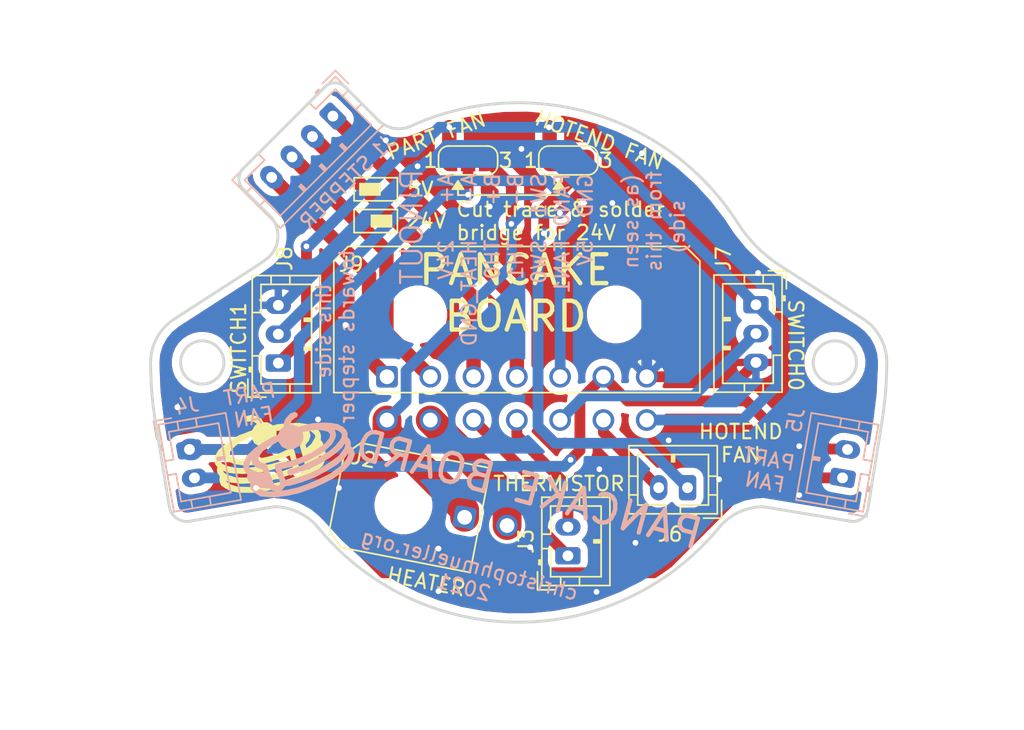
<source format=kicad_pcb>
(kicad_pcb (version 20171130) (host pcbnew "(5.1.9-0-10_14)")

  (general
    (thickness 1.6)
    (drawings 65)
    (tracks 141)
    (zones 0)
    (modules 13)
    (nets 17)
  )

  (page A4)
  (layers
    (0 F.Cu signal)
    (31 B.Cu signal)
    (32 B.Adhes user)
    (33 F.Adhes user)
    (34 B.Paste user)
    (35 F.Paste user)
    (36 B.SilkS user)
    (37 F.SilkS user)
    (38 B.Mask user)
    (39 F.Mask user)
    (40 Dwgs.User user)
    (41 Cmts.User user)
    (42 Eco1.User user)
    (43 Eco2.User user)
    (44 Edge.Cuts user)
    (45 Margin user)
    (46 B.CrtYd user)
    (47 F.CrtYd user)
    (48 B.Fab user)
    (49 F.Fab user)
  )

  (setup
    (last_trace_width 0.25)
    (user_trace_width 0.25)
    (user_trace_width 0.5)
    (user_trace_width 0.75)
    (user_trace_width 1)
    (user_trace_width 1.5)
    (user_trace_width 2)
    (trace_clearance 0.1)
    (zone_clearance 0.508)
    (zone_45_only no)
    (trace_min 0.2)
    (via_size 0.8)
    (via_drill 0.4)
    (via_min_size 0.4)
    (via_min_drill 0.3)
    (uvia_size 0.3)
    (uvia_drill 0.1)
    (uvias_allowed no)
    (uvia_min_size 0.2)
    (uvia_min_drill 0.1)
    (edge_width 0.05)
    (segment_width 0.2)
    (pcb_text_width 0.3)
    (pcb_text_size 1.5 1.5)
    (mod_edge_width 0.12)
    (mod_text_size 1 1)
    (mod_text_width 0.15)
    (pad_size 1.2 1.75)
    (pad_drill 0.75)
    (pad_to_mask_clearance 0)
    (aux_axis_origin 0 0)
    (visible_elements FFFFFF7F)
    (pcbplotparams
      (layerselection 0x010fc_ffffffff)
      (usegerberextensions false)
      (usegerberattributes true)
      (usegerberadvancedattributes true)
      (creategerberjobfile true)
      (excludeedgelayer true)
      (linewidth 0.100000)
      (plotframeref false)
      (viasonmask false)
      (mode 1)
      (useauxorigin false)
      (hpglpennumber 1)
      (hpglpenspeed 20)
      (hpglpendiameter 15.000000)
      (psnegative false)
      (psa4output false)
      (plotreference true)
      (plotvalue true)
      (plotinvisibletext false)
      (padsonsilk false)
      (subtractmaskfromsilk false)
      (outputformat 1)
      (mirror false)
      (drillshape 0)
      (scaleselection 1)
      (outputdirectory "gerber/"))
  )

  (net 0 "")
  (net 1 /B-)
  (net 2 /B+)
  (net 3 /A-)
  (net 4 /A+)
  (net 5 /therm1)
  (net 6 /therm0)
  (net 7 /fan0)
  (net 8 +5V)
  (net 9 /fan1)
  (net 10 GND)
  (net 11 /sw0)
  (net 12 /sw1)
  (net 13 /heat_gnd)
  (net 14 +24V)
  (net 15 /VFAN0)
  (net 16 /VFAN1)

  (net_class Default "This is the default net class."
    (clearance 0.1)
    (trace_width 0.25)
    (via_dia 0.8)
    (via_drill 0.4)
    (uvia_dia 0.3)
    (uvia_drill 0.1)
    (add_net +24V)
    (add_net +5V)
    (add_net /A+)
    (add_net /A-)
    (add_net /B+)
    (add_net /B-)
    (add_net /VFAN0)
    (add_net /VFAN1)
    (add_net /fan0)
    (add_net /fan1)
    (add_net /heat_gnd)
    (add_net /sw0)
    (add_net /sw1)
    (add_net /therm0)
    (add_net /therm1)
    (add_net GND)
  )

  (module v0_pancake_board:pancake (layer F.Cu) (tedit 613E15FC) (tstamp 613E89BE)
    (at 80 110.7 15)
    (fp_text reference REF** (at 0 0.5 15) (layer F.SilkS) hide
      (effects (font (size 1 1) (thickness 0.15)))
    )
    (fp_text value pancake (at 0 -0.5 15) (layer F.Fab) hide
      (effects (font (size 1 1) (thickness 0.15)))
    )
    (fp_poly (pts (xy 3.05 -5) (xy 2.8 -5) (xy 2.3 -4.9) (xy 1.85 -4.8)
      (xy 1.45 -4.6) (xy 1.15 -4.4) (xy 1.05 -4.15) (xy 1.2 -3.9)
      (xy 1.6 -3.65) (xy 2.1 -3.5) (xy 2.75 -3.35) (xy 3.6 -3.3)
      (xy 4.35 -3.3) (xy 4.9 -3.4) (xy 5.3 -3.45) (xy 5.4 -3.4)
      (xy 5.45 -3.25) (xy 5.45 -2.25) (xy 5.15 -2.15) (xy 5.15 -3.1)
      (xy 4.45 -3) (xy 3.15 -3) (xy 1.95 -3.2) (xy 1.25 -3.5)
      (xy 0.95 -3.75) (xy 0.8 -3.95) (xy 0.75 -4.15) (xy 0.75 -4.35)
      (xy 0.85 -4.5) (xy 0.55 -4.3) (xy 0.4 -4.15) (xy 0.3 -3.95)
      (xy 0.3 -3.85) (xy 0.4 -3.65) (xy 0.65 -3.45) (xy 1 -3.25)
      (xy 1.5 -3.05) (xy 2.15 -2.9) (xy 2.9 -2.8) (xy 3.75 -2.75)
      (xy 4.25 -2.75) (xy 4.65 -2.8) (xy 4.75 -2.7) (xy 4.75 -2.55)
      (xy 4.65 -2.45) (xy 3.05 -2.45) (xy 2.3 -2.55) (xy 1.6 -2.7)
      (xy 1 -2.9) (xy 0.65 -3.05) (xy 0.4 -3.25) (xy 0.3 -3.25)
      (xy 0.1 -2.9) (xy 0 -3.15) (xy 0 -3.35) (xy 0.1 -3.55)
      (xy 0 -3.8) (xy 0 -4) (xy 0.1 -4.25) (xy 0.4 -4.6)
      (xy 0.85 -4.85) (xy 1.35 -5.05) (xy 2.05 -5.25) (xy 2.6 -5.3)
      (xy 3.05 -5.35)) (layer F.SilkS) (width 0.1))
    (fp_poly (pts (xy 0.35 -3.05) (xy 0.5 -2.85) (xy 1.05 -2.5) (xy 1.75 -2.3)
      (xy 2.45 -2.15) (xy 3.35 -2.05) (xy 4.2 -2.05) (xy 5.15 -2.15)
      (xy 5.45 -2.25) (xy 5.5 -2.1) (xy 5.65 -2) (xy 5.8 -2)
      (xy 6 -2.2) (xy 6.3 -2.1) (xy 6.2 -1.9) (xy 5.9 -1.7)
      (xy 5.6 -1.7) (xy 5.4 -1.8) (xy 5.3 -1.9) (xy 4.9 -1.8)
      (xy 4.2 -1.75) (xy 3.15 -1.75) (xy 2.15 -1.9) (xy 1.4 -2.05)
      (xy 0.75 -2.3) (xy 0.3 -2.6) (xy 0.35 -2.4) (xy 0.55 -2.15)
      (xy 1 -1.85) (xy 2 -1.55) (xy 2.9 -1.45) (xy 3.8 -1.4)
      (xy 3.8 -1.1) (xy 3.4 -1.1) (xy 2.7 -1.15) (xy 1.95 -1.25)
      (xy 1.05 -1.5) (xy 0.55 -1.75) (xy 0.25 -2) (xy 0 -2.3)
      (xy 0 -2.65) (xy 0.1 -2.9) (xy 0.3 -3.25)) (layer F.SilkS) (width 0.1))
    (fp_poly (pts (xy 6.4 -3.2) (xy 6.8 -3.4) (xy 7.2 -3.8) (xy 7.2 -4)
      (xy 7 -4.3) (xy 6.7 -4.5) (xy 6.8 -4.3) (xy 6.8 -4)
      (xy 6.6 -3.7) (xy 6.3 -3.5) (xy 6.3 -3.2) (xy 6 -3.1)
      (xy 6 -3.7) (xy 6.3 -3.9) (xy 6.4 -4.1) (xy 6.4 -4.3)
      (xy 6.2 -4.5) (xy 5.9 -4.7) (xy 5.5 -4.8) (xy 4.5 -5)
      (xy 4.5 -5.3) (xy 4.8 -5.3) (xy 5.5 -5.2) (xy 6.3 -5)
      (xy 7 -4.7) (xy 7.4 -4.3) (xy 7.5 -4) (xy 7.5 -3.8)
      (xy 7.4 -3.5) (xy 7.5 -3.3) (xy 7.5 -3.1) (xy 7.4 -2.9)
      (xy 7.5 -2.7) (xy 7.5 -2.4) (xy 7.4 -2.2) (xy 7.1 -1.8)
      (xy 6.2 -1.4) (xy 5.3 -1.2) (xy 4.5 -1.1) (xy 3.8 -1.1)
      (xy 3.8 -1.4) (xy 4.4 -1.4) (xy 5.2 -1.5) (xy 6.1 -1.7)
      (xy 6.6 -1.9) (xy 7 -2.2) (xy 7.2 -2.4) (xy 7.2 -2.6)
      (xy 6.8 -2.3) (xy 6.3 -2.1) (xy 6 -2.2) (xy 6 -3.1)) (layer F.SilkS) (width 0.1))
    (fp_poly (pts (xy 3 -4.5) (xy 2.9 -4.9) (xy 3 -5.2) (xy 3.1 -5.4)
      (xy 3.3 -5.6) (xy 3.5 -5.7) (xy 3.5 -5.8) (xy 3.3 -6)
      (xy 3 -6.1) (xy 2.9 -6.1) (xy 2.8 -6.2) (xy 2.8 -6.3)
      (xy 2.9 -6.4) (xy 3.2 -6.4) (xy 3.6 -6.2) (xy 3.8 -6)
      (xy 3.9 -5.7) (xy 4.2 -5.6) (xy 4.5 -5.3) (xy 4.6 -4.9)
      (xy 4.5 -4.5) (xy 4.2 -4.2) (xy 3.8 -4.1) (xy 3.3 -4.2)) (layer F.SilkS) (width 0.1))
  )

  (module v0_pancake_board:pancake (layer B.Cu) (tedit 613E15FC) (tstamp 613E8845)
    (at 89.4 108.5 200)
    (fp_text reference REF** (at 0 -0.5 20) (layer B.SilkS) hide
      (effects (font (size 1 1) (thickness 0.15)) (justify mirror))
    )
    (fp_text value pancake (at 0 0.5 20) (layer B.Fab) hide
      (effects (font (size 1 1) (thickness 0.15)) (justify mirror))
    )
    (fp_poly (pts (xy 3.05 5) (xy 2.8 5) (xy 2.3 4.9) (xy 1.85 4.8)
      (xy 1.45 4.6) (xy 1.15 4.4) (xy 1.05 4.15) (xy 1.2 3.9)
      (xy 1.6 3.65) (xy 2.1 3.5) (xy 2.75 3.35) (xy 3.6 3.3)
      (xy 4.35 3.3) (xy 4.9 3.4) (xy 5.3 3.45) (xy 5.4 3.4)
      (xy 5.45 3.25) (xy 5.45 2.25) (xy 5.15 2.15) (xy 5.15 3.1)
      (xy 4.45 3) (xy 3.15 3) (xy 1.95 3.2) (xy 1.25 3.5)
      (xy 0.95 3.75) (xy 0.8 3.95) (xy 0.75 4.15) (xy 0.75 4.35)
      (xy 0.85 4.5) (xy 0.55 4.3) (xy 0.4 4.15) (xy 0.3 3.95)
      (xy 0.3 3.85) (xy 0.4 3.65) (xy 0.65 3.45) (xy 1 3.25)
      (xy 1.5 3.05) (xy 2.15 2.9) (xy 2.9 2.8) (xy 3.75 2.75)
      (xy 4.25 2.75) (xy 4.65 2.8) (xy 4.75 2.7) (xy 4.75 2.55)
      (xy 4.65 2.45) (xy 3.05 2.45) (xy 2.3 2.55) (xy 1.6 2.7)
      (xy 1 2.9) (xy 0.65 3.05) (xy 0.4 3.25) (xy 0.3 3.25)
      (xy 0.1 2.9) (xy 0 3.15) (xy 0 3.35) (xy 0.1 3.55)
      (xy 0 3.8) (xy 0 4) (xy 0.1 4.25) (xy 0.4 4.6)
      (xy 0.85 4.85) (xy 1.35 5.05) (xy 2.05 5.25) (xy 2.6 5.3)
      (xy 3.05 5.35)) (layer B.SilkS) (width 0.1))
    (fp_poly (pts (xy 0.35 3.05) (xy 0.5 2.85) (xy 1.05 2.5) (xy 1.75 2.3)
      (xy 2.45 2.15) (xy 3.35 2.05) (xy 4.2 2.05) (xy 5.15 2.15)
      (xy 5.45 2.25) (xy 5.5 2.1) (xy 5.65 2) (xy 5.8 2)
      (xy 6 2.2) (xy 6.3 2.1) (xy 6.2 1.9) (xy 5.9 1.7)
      (xy 5.6 1.7) (xy 5.4 1.8) (xy 5.3 1.9) (xy 4.9 1.8)
      (xy 4.2 1.75) (xy 3.15 1.75) (xy 2.15 1.9) (xy 1.4 2.05)
      (xy 0.75 2.3) (xy 0.3 2.6) (xy 0.35 2.4) (xy 0.55 2.15)
      (xy 1 1.85) (xy 2 1.55) (xy 2.9 1.45) (xy 3.8 1.4)
      (xy 3.8 1.1) (xy 3.4 1.1) (xy 2.7 1.15) (xy 1.95 1.25)
      (xy 1.05 1.5) (xy 0.55 1.75) (xy 0.25 2) (xy 0 2.3)
      (xy 0 2.65) (xy 0.1 2.9) (xy 0.3 3.25)) (layer B.SilkS) (width 0.1))
    (fp_poly (pts (xy 6.4 3.2) (xy 6.8 3.4) (xy 7.2 3.8) (xy 7.2 4)
      (xy 7 4.3) (xy 6.7 4.5) (xy 6.8 4.3) (xy 6.8 4)
      (xy 6.6 3.7) (xy 6.3 3.5) (xy 6.3 3.2) (xy 6 3.1)
      (xy 6 3.7) (xy 6.3 3.9) (xy 6.4 4.1) (xy 6.4 4.3)
      (xy 6.2 4.5) (xy 5.9 4.7) (xy 5.5 4.8) (xy 4.5 5)
      (xy 4.5 5.3) (xy 4.8 5.3) (xy 5.5 5.2) (xy 6.3 5)
      (xy 7 4.7) (xy 7.4 4.3) (xy 7.5 4) (xy 7.5 3.8)
      (xy 7.4 3.5) (xy 7.5 3.3) (xy 7.5 3.1) (xy 7.4 2.9)
      (xy 7.5 2.7) (xy 7.5 2.4) (xy 7.4 2.2) (xy 7.1 1.8)
      (xy 6.2 1.4) (xy 5.3 1.2) (xy 4.5 1.1) (xy 3.8 1.1)
      (xy 3.8 1.4) (xy 4.4 1.4) (xy 5.2 1.5) (xy 6.1 1.7)
      (xy 6.6 1.9) (xy 7 2.2) (xy 7.2 2.4) (xy 7.2 2.6)
      (xy 6.8 2.3) (xy 6.3 2.1) (xy 6 2.2) (xy 6 3.1)) (layer B.SilkS) (width 0.1))
    (fp_poly (pts (xy 3 4.5) (xy 2.9 4.9) (xy 3 5.2) (xy 3.1 5.4)
      (xy 3.3 5.6) (xy 3.5 5.7) (xy 3.5 5.8) (xy 3.3 6)
      (xy 3 6.1) (xy 2.9 6.1) (xy 2.8 6.2) (xy 2.8 6.3)
      (xy 2.9 6.4) (xy 3.2 6.4) (xy 3.6 6.2) (xy 3.8 6)
      (xy 3.9 5.7) (xy 4.2 5.6) (xy 4.5 5.3) (xy 4.6 4.9)
      (xy 4.5 4.5) (xy 4.2 4.2) (xy 3.8 4.1) (xy 3.3 4.2)) (layer B.SilkS) (width 0.1))
  )

  (module Jumper:SolderJumper-3_P1.3mm_Bridged12_RoundedPad1.0x1.5mm_NumberLabels (layer F.Cu) (tedit 5C745336) (tstamp 612B9D89)
    (at 103.45 86)
    (descr "SMD Solder 3-pad Jumper, 1x1.5mm rounded Pads, 0.3mm gap, pads 1-2 bridged with 1 copper strip, labeled with numbers")
    (tags "solder jumper open")
    (path /612C7AC0)
    (attr virtual)
    (fp_text reference J11 (at 0 -1.8) (layer F.SilkS) hide
      (effects (font (size 1 1) (thickness 0.15)))
    )
    (fp_text value Conn_01x03_Female (at 0 1.9) (layer F.Fab)
      (effects (font (size 1 1) (thickness 0.15)))
    )
    (fp_line (start -2.05 0.3) (end -2.05 -0.3) (layer F.SilkS) (width 0.12))
    (fp_line (start 1.4 1) (end -1.4 1) (layer F.SilkS) (width 0.12))
    (fp_line (start 2.05 -0.3) (end 2.05 0.3) (layer F.SilkS) (width 0.12))
    (fp_line (start -1.4 -1) (end 1.4 -1) (layer F.SilkS) (width 0.12))
    (fp_line (start -2.3 -1.25) (end 2.3 -1.25) (layer F.CrtYd) (width 0.05))
    (fp_line (start -2.3 -1.25) (end -2.3 1.25) (layer F.CrtYd) (width 0.05))
    (fp_line (start 2.3 1.25) (end 2.3 -1.25) (layer F.CrtYd) (width 0.05))
    (fp_line (start 2.3 1.25) (end -2.3 1.25) (layer F.CrtYd) (width 0.05))
    (fp_poly (pts (xy -0.9 -0.3) (xy -0.4 -0.3) (xy -0.4 0.3) (xy -0.9 0.3)) (layer F.Cu) (width 0))
    (fp_arc (start -1.35 -0.3) (end -1.35 -1) (angle -90) (layer F.SilkS) (width 0.12))
    (fp_arc (start -1.35 0.3) (end -2.05 0.3) (angle -90) (layer F.SilkS) (width 0.12))
    (fp_arc (start 1.35 0.3) (end 1.35 1) (angle -90) (layer F.SilkS) (width 0.12))
    (fp_arc (start 1.35 -0.3) (end 2.05 -0.3) (angle -90) (layer F.SilkS) (width 0.12))
    (fp_text user 1 (at -2.6 0) (layer F.SilkS)
      (effects (font (size 1 1) (thickness 0.15)))
    )
    (fp_text user 3 (at 2.6 0) (layer F.SilkS)
      (effects (font (size 1 1) (thickness 0.15)))
    )
    (pad 1 smd custom (at -1.3 0) (size 1 0.5) (layers F.Cu F.Mask)
      (net 8 +5V) (zone_connect 2)
      (options (clearance outline) (anchor rect))
      (primitives
        (gr_poly (pts
           (xy 0.55 -0.75) (xy 0 -0.75) (xy 0 0.75) (xy 0.55 0.75)) (width 0))
        (gr_circle (center 0 0.25) (end 0.5 0.25) (width 0))
        (gr_circle (center 0 -0.25) (end 0.5 -0.25) (width 0))
      ))
    (pad 2 smd rect (at 0 0) (size 1 1.5) (layers F.Cu F.Mask)
      (net 16 /VFAN1))
    (pad 3 smd custom (at 1.3 0) (size 1 0.5) (layers F.Cu F.Mask)
      (net 14 +24V) (zone_connect 2)
      (options (clearance outline) (anchor rect))
      (primitives
        (gr_circle (center 0 0.25) (end 0.5 0.25) (width 0))
        (gr_circle (center 0 -0.25) (end 0.5 -0.25) (width 0))
        (gr_poly (pts
           (xy -0.55 -0.75) (xy 0 -0.75) (xy 0 0.75) (xy -0.55 0.75)) (width 0))
      ))
  )

  (module Jumper:SolderJumper-3_P1.3mm_Bridged12_RoundedPad1.0x1.5mm_NumberLabels (layer F.Cu) (tedit 5C745336) (tstamp 612B9CC3)
    (at 96.5 86)
    (descr "SMD Solder 3-pad Jumper, 1x1.5mm rounded Pads, 0.3mm gap, pads 1-2 bridged with 1 copper strip, labeled with numbers")
    (tags "solder jumper open")
    (path /612C0080)
    (attr virtual)
    (fp_text reference J10 (at 0 -1.8) (layer F.SilkS) hide
      (effects (font (size 1 1) (thickness 0.15)))
    )
    (fp_text value Conn_01x03_Female (at 0 1.9) (layer F.Fab)
      (effects (font (size 1 1) (thickness 0.15)))
    )
    (fp_line (start -2.05 0.3) (end -2.05 -0.3) (layer F.SilkS) (width 0.12))
    (fp_line (start 1.4 1) (end -1.4 1) (layer F.SilkS) (width 0.12))
    (fp_line (start 2.05 -0.3) (end 2.05 0.3) (layer F.SilkS) (width 0.12))
    (fp_line (start -1.4 -1) (end 1.4 -1) (layer F.SilkS) (width 0.12))
    (fp_line (start -2.3 -1.25) (end 2.3 -1.25) (layer F.CrtYd) (width 0.05))
    (fp_line (start -2.3 -1.25) (end -2.3 1.25) (layer F.CrtYd) (width 0.05))
    (fp_line (start 2.3 1.25) (end 2.3 -1.25) (layer F.CrtYd) (width 0.05))
    (fp_line (start 2.3 1.25) (end -2.3 1.25) (layer F.CrtYd) (width 0.05))
    (fp_poly (pts (xy -0.9 -0.3) (xy -0.4 -0.3) (xy -0.4 0.3) (xy -0.9 0.3)) (layer F.Cu) (width 0))
    (fp_arc (start -1.35 -0.3) (end -1.35 -1) (angle -90) (layer F.SilkS) (width 0.12))
    (fp_arc (start -1.35 0.3) (end -2.05 0.3) (angle -90) (layer F.SilkS) (width 0.12))
    (fp_arc (start 1.35 0.3) (end 1.35 1) (angle -90) (layer F.SilkS) (width 0.12))
    (fp_arc (start 1.35 -0.3) (end 2.05 -0.3) (angle -90) (layer F.SilkS) (width 0.12))
    (fp_text user 1 (at -2.6 0) (layer F.SilkS)
      (effects (font (size 1 1) (thickness 0.15)))
    )
    (fp_text user 3 (at 2.6 0) (layer F.SilkS)
      (effects (font (size 1 1) (thickness 0.15)))
    )
    (pad 1 smd custom (at -1.3 0) (size 1 0.5) (layers F.Cu F.Mask)
      (net 8 +5V) (zone_connect 2)
      (options (clearance outline) (anchor rect))
      (primitives
        (gr_poly (pts
           (xy 0.55 -0.75) (xy 0 -0.75) (xy 0 0.75) (xy 0.55 0.75)) (width 0))
        (gr_circle (center 0 0.25) (end 0.5 0.25) (width 0))
        (gr_circle (center 0 -0.25) (end 0.5 -0.25) (width 0))
      ))
    (pad 2 smd rect (at 0 0) (size 1 1.5) (layers F.Cu F.Mask)
      (net 15 /VFAN0))
    (pad 3 smd custom (at 1.3 0) (size 1 0.5) (layers F.Cu F.Mask)
      (net 14 +24V) (zone_connect 2)
      (options (clearance outline) (anchor rect))
      (primitives
        (gr_circle (center 0 0.25) (end 0.5 0.25) (width 0))
        (gr_circle (center 0 -0.25) (end 0.5 -0.25) (width 0))
        (gr_poly (pts
           (xy -0.55 -0.75) (xy 0 -0.75) (xy 0 0.75) (xy -0.55 0.75)) (width 0))
      ))
  )

  (module Connector_Molex:Molex_Micro-Fit_3.0_43045-1400_2x07_P3.00mm_Horizontal (layer F.Cu) (tedit 5DC5E16C) (tstamp 60D539C1)
    (at 90.88 100.99)
    (descr "Molex Micro-Fit 3.0 Connector System, 43045-1400 (alternative finishes: 43045-140x), 7 Pins per row (https://www.molex.com/pdm_docs/sd/430450201_sd.pdf), generated with kicad-footprint-generator")
    (tags "connector Molex Micro-Fit_3.0 horizontal")
    (path /60D59DB3)
    (fp_text reference J9 (at -2.48 -7.79) (layer F.SilkS)
      (effects (font (size 1 1) (thickness 0.15)))
    )
    (fp_text value Conn_02x07_Counter_Clockwise (at 9 5.7) (layer F.Fab)
      (effects (font (size 1 1) (thickness 0.15)))
    )
    (fp_line (start -1.25 1.49) (end -4.08 1.49) (layer F.CrtYd) (width 0.05))
    (fp_line (start -1.25 4.25) (end -1.25 1.49) (layer F.CrtYd) (width 0.05))
    (fp_line (start 19.25 4.25) (end -1.25 4.25) (layer F.CrtYd) (width 0.05))
    (fp_line (start 19.25 1.49) (end 19.25 4.25) (layer F.CrtYd) (width 0.05))
    (fp_line (start 22.08 1.49) (end 19.25 1.49) (layer F.CrtYd) (width 0.05))
    (fp_line (start 22.08 -9.42) (end 22.08 1.49) (layer F.CrtYd) (width 0.05))
    (fp_line (start -4.08 -9.42) (end 22.08 -9.42) (layer F.CrtYd) (width 0.05))
    (fp_line (start -4.08 1.49) (end -4.08 -9.42) (layer F.CrtYd) (width 0.05))
    (fp_line (start 21.685 1.1) (end -3.685 1.1) (layer F.SilkS) (width 0.12))
    (fp_line (start 21.685 -8.03) (end 21.685 1.1) (layer F.SilkS) (width 0.12))
    (fp_line (start 20.685 -9.03) (end 21.685 -8.03) (layer F.SilkS) (width 0.12))
    (fp_line (start -2.685 -9.03) (end 20.685 -9.03) (layer F.SilkS) (width 0.12))
    (fp_line (start -3.685 -8.03) (end -2.685 -9.03) (layer F.SilkS) (width 0.12))
    (fp_line (start -3.685 1.1) (end -3.685 -8.03) (layer F.SilkS) (width 0.12))
    (fp_line (start 0 0) (end 0.75 0.99) (layer F.Fab) (width 0.1))
    (fp_line (start -0.75 0.99) (end 0 0) (layer F.Fab) (width 0.1))
    (fp_line (start 21.575 0.99) (end -3.575 0.99) (layer F.Fab) (width 0.1))
    (fp_line (start 21.575 -7.92) (end 21.575 0.99) (layer F.Fab) (width 0.1))
    (fp_line (start 20.575 -8.92) (end 21.575 -7.92) (layer F.Fab) (width 0.1))
    (fp_line (start -2.575 -8.92) (end 20.575 -8.92) (layer F.Fab) (width 0.1))
    (fp_line (start -3.575 -7.92) (end -2.575 -8.92) (layer F.Fab) (width 0.1))
    (fp_line (start -3.575 0.99) (end -3.575 -7.92) (layer F.Fab) (width 0.1))
    (fp_text user %R (at 9 -8.22) (layer F.Fab)
      (effects (font (size 1 1) (thickness 0.15)))
    )
    (pad 14 thru_hole circle (at 18 3) (size 1.5 1.5) (drill 1.02) (layers *.Cu *.Mask)
      (net 8 +5V))
    (pad 13 thru_hole circle (at 15 3) (size 1.5 1.5) (drill 1.02) (layers *.Cu *.Mask)
      (net 9 /fan1))
    (pad 12 thru_hole circle (at 12 3) (size 1.5 1.5) (drill 1.02) (layers *.Cu *.Mask)
      (net 11 /sw0))
    (pad 11 thru_hole circle (at 9 3) (size 1.5 1.5) (drill 1.02) (layers *.Cu *.Mask)
      (net 5 /therm1))
    (pad 10 thru_hole circle (at 6 3) (size 1.5 1.5) (drill 1.02) (layers *.Cu *.Mask)
      (net 6 /therm0))
    (pad 9 thru_hole circle (at 3 3) (size 1.5 1.5) (drill 1.02) (layers *.Cu *.Mask)
      (net 13 /heat_gnd))
    (pad 8 thru_hole circle (at 0 3) (size 1.5 1.5) (drill 1.02) (layers *.Cu *.Mask)
      (net 14 +24V))
    (pad 7 thru_hole circle (at 18 0) (size 1.5 1.5) (drill 1.02) (layers *.Cu *.Mask)
      (net 10 GND))
    (pad 6 thru_hole circle (at 15 0) (size 1.5 1.5) (drill 1.02) (layers *.Cu *.Mask)
      (net 7 /fan0))
    (pad 5 thru_hole circle (at 12 0) (size 1.5 1.5) (drill 1.02) (layers *.Cu *.Mask)
      (net 12 /sw1))
    (pad 4 thru_hole circle (at 9 0) (size 1.5 1.5) (drill 1.02) (layers *.Cu *.Mask)
      (net 1 /B-))
    (pad 3 thru_hole circle (at 6 0) (size 1.5 1.5) (drill 1.02) (layers *.Cu *.Mask)
      (net 2 /B+))
    (pad 2 thru_hole circle (at 3 0) (size 1.5 1.5) (drill 1.02) (layers *.Cu *.Mask)
      (net 3 /A-))
    (pad 1 thru_hole roundrect (at 0 0) (size 1.5 1.5) (drill 1.02) (layers *.Cu *.Mask) (roundrect_rratio 0.1666666666666667)
      (net 4 /A+))
    (pad "" np_thru_hole circle (at 15.86 -4.32) (size 3 3) (drill 3) (layers *.Cu *.Mask))
    (pad "" np_thru_hole circle (at 2.16 -4.32) (size 3 3) (drill 3) (layers *.Cu *.Mask))
    (model ${KISYS3DMOD}/Connector_Molex.3dshapes/Molex_Micro-Fit_3.0_43045-1400_2x07_P3.00mm_Horizontal.wrl
      (at (xyz 0 0 0))
      (scale (xyz 1 1 1))
      (rotate (xyz 0 0 0))
    )
  )

  (module Connector_JST:JST_PH_B3B-PH-K_1x03_P2.00mm_Vertical (layer F.Cu) (tedit 5B7745C2) (tstamp 60D52AAC)
    (at 83.35 100.04 90)
    (descr "JST PH series connector, B3B-PH-K (http://www.jst-mfg.com/product/pdf/eng/ePH.pdf), generated with kicad-footprint-generator")
    (tags "connector JST PH side entry")
    (path /60D6E074)
    (fp_text reference J8 (at 7.24 0.45 90) (layer F.SilkS)
      (effects (font (size 1 1) (thickness 0.15)))
    )
    (fp_text value Conn_01x03_Female (at 2 4 90) (layer F.Fab)
      (effects (font (size 1 1) (thickness 0.15)))
    )
    (fp_line (start 6.45 -2.2) (end -2.45 -2.2) (layer F.CrtYd) (width 0.05))
    (fp_line (start 6.45 3.3) (end 6.45 -2.2) (layer F.CrtYd) (width 0.05))
    (fp_line (start -2.45 3.3) (end 6.45 3.3) (layer F.CrtYd) (width 0.05))
    (fp_line (start -2.45 -2.2) (end -2.45 3.3) (layer F.CrtYd) (width 0.05))
    (fp_line (start 5.95 -1.7) (end -1.95 -1.7) (layer F.Fab) (width 0.1))
    (fp_line (start 5.95 2.8) (end 5.95 -1.7) (layer F.Fab) (width 0.1))
    (fp_line (start -1.95 2.8) (end 5.95 2.8) (layer F.Fab) (width 0.1))
    (fp_line (start -1.95 -1.7) (end -1.95 2.8) (layer F.Fab) (width 0.1))
    (fp_line (start -2.36 -2.11) (end -2.36 -0.86) (layer F.Fab) (width 0.1))
    (fp_line (start -1.11 -2.11) (end -2.36 -2.11) (layer F.Fab) (width 0.1))
    (fp_line (start -2.36 -2.11) (end -2.36 -0.86) (layer F.SilkS) (width 0.12))
    (fp_line (start -1.11 -2.11) (end -2.36 -2.11) (layer F.SilkS) (width 0.12))
    (fp_line (start 3 2.3) (end 3 1.8) (layer F.SilkS) (width 0.12))
    (fp_line (start 3.1 1.8) (end 3.1 2.3) (layer F.SilkS) (width 0.12))
    (fp_line (start 2.9 1.8) (end 3.1 1.8) (layer F.SilkS) (width 0.12))
    (fp_line (start 2.9 2.3) (end 2.9 1.8) (layer F.SilkS) (width 0.12))
    (fp_line (start 1 2.3) (end 1 1.8) (layer F.SilkS) (width 0.12))
    (fp_line (start 1.1 1.8) (end 1.1 2.3) (layer F.SilkS) (width 0.12))
    (fp_line (start 0.9 1.8) (end 1.1 1.8) (layer F.SilkS) (width 0.12))
    (fp_line (start 0.9 2.3) (end 0.9 1.8) (layer F.SilkS) (width 0.12))
    (fp_line (start 6.06 0.8) (end 5.45 0.8) (layer F.SilkS) (width 0.12))
    (fp_line (start 6.06 -0.5) (end 5.45 -0.5) (layer F.SilkS) (width 0.12))
    (fp_line (start -2.06 0.8) (end -1.45 0.8) (layer F.SilkS) (width 0.12))
    (fp_line (start -2.06 -0.5) (end -1.45 -0.5) (layer F.SilkS) (width 0.12))
    (fp_line (start 3.5 -1.2) (end 3.5 -1.81) (layer F.SilkS) (width 0.12))
    (fp_line (start 5.45 -1.2) (end 3.5 -1.2) (layer F.SilkS) (width 0.12))
    (fp_line (start 5.45 2.3) (end 5.45 -1.2) (layer F.SilkS) (width 0.12))
    (fp_line (start -1.45 2.3) (end 5.45 2.3) (layer F.SilkS) (width 0.12))
    (fp_line (start -1.45 -1.2) (end -1.45 2.3) (layer F.SilkS) (width 0.12))
    (fp_line (start 0.5 -1.2) (end -1.45 -1.2) (layer F.SilkS) (width 0.12))
    (fp_line (start 0.5 -1.81) (end 0.5 -1.2) (layer F.SilkS) (width 0.12))
    (fp_line (start -0.3 -1.91) (end -0.6 -1.91) (layer F.SilkS) (width 0.12))
    (fp_line (start -0.6 -2.01) (end -0.6 -1.81) (layer F.SilkS) (width 0.12))
    (fp_line (start -0.3 -2.01) (end -0.6 -2.01) (layer F.SilkS) (width 0.12))
    (fp_line (start -0.3 -1.81) (end -0.3 -2.01) (layer F.SilkS) (width 0.12))
    (fp_line (start 6.06 -1.81) (end -2.06 -1.81) (layer F.SilkS) (width 0.12))
    (fp_line (start 6.06 2.91) (end 6.06 -1.81) (layer F.SilkS) (width 0.12))
    (fp_line (start -2.06 2.91) (end 6.06 2.91) (layer F.SilkS) (width 0.12))
    (fp_line (start -2.06 -1.81) (end -2.06 2.91) (layer F.SilkS) (width 0.12))
    (fp_text user %R (at 2 1.5 90) (layer F.Fab)
      (effects (font (size 1 1) (thickness 0.15)))
    )
    (pad 3 thru_hole oval (at 4 0 90) (size 1.2 1.75) (drill 0.75) (layers *.Cu *.Mask)
      (net 10 GND))
    (pad 2 thru_hole oval (at 2 0 90) (size 1.2 1.75) (drill 0.75) (layers *.Cu *.Mask)
      (net 12 /sw1))
    (pad 1 thru_hole roundrect (at 0 0 90) (size 1.2 1.75) (drill 0.75) (layers *.Cu *.Mask) (roundrect_rratio 0.2083325)
      (net 8 +5V))
    (model ${KISYS3DMOD}/Connector_JST.3dshapes/JST_PH_B3B-PH-K_1x03_P2.00mm_Vertical.wrl
      (at (xyz 0 0 0))
      (scale (xyz 1 1 1))
      (rotate (xyz 0 0 0))
    )
  )

  (module Connector_JST:JST_PH_B3B-PH-K_1x03_P2.00mm_Vertical (layer F.Cu) (tedit 5B7745C2) (tstamp 60D52A7D)
    (at 116.45 96 270)
    (descr "JST PH series connector, B3B-PH-K (http://www.jst-mfg.com/product/pdf/eng/ePH.pdf), generated with kicad-footprint-generator")
    (tags "connector JST PH side entry")
    (path /60D5493B)
    (fp_text reference J7 (at -3.2 2.25 90) (layer F.SilkS)
      (effects (font (size 1 1) (thickness 0.15)))
    )
    (fp_text value Conn_01x03_Female (at 2 4 90) (layer F.Fab)
      (effects (font (size 1 1) (thickness 0.15)))
    )
    (fp_line (start 6.45 -2.2) (end -2.45 -2.2) (layer F.CrtYd) (width 0.05))
    (fp_line (start 6.45 3.3) (end 6.45 -2.2) (layer F.CrtYd) (width 0.05))
    (fp_line (start -2.45 3.3) (end 6.45 3.3) (layer F.CrtYd) (width 0.05))
    (fp_line (start -2.45 -2.2) (end -2.45 3.3) (layer F.CrtYd) (width 0.05))
    (fp_line (start 5.95 -1.7) (end -1.95 -1.7) (layer F.Fab) (width 0.1))
    (fp_line (start 5.95 2.8) (end 5.95 -1.7) (layer F.Fab) (width 0.1))
    (fp_line (start -1.95 2.8) (end 5.95 2.8) (layer F.Fab) (width 0.1))
    (fp_line (start -1.95 -1.7) (end -1.95 2.8) (layer F.Fab) (width 0.1))
    (fp_line (start -2.36 -2.11) (end -2.36 -0.86) (layer F.Fab) (width 0.1))
    (fp_line (start -1.11 -2.11) (end -2.36 -2.11) (layer F.Fab) (width 0.1))
    (fp_line (start -2.36 -2.11) (end -2.36 -0.86) (layer F.SilkS) (width 0.12))
    (fp_line (start -1.11 -2.11) (end -2.36 -2.11) (layer F.SilkS) (width 0.12))
    (fp_line (start 3 2.3) (end 3 1.8) (layer F.SilkS) (width 0.12))
    (fp_line (start 3.1 1.8) (end 3.1 2.3) (layer F.SilkS) (width 0.12))
    (fp_line (start 2.9 1.8) (end 3.1 1.8) (layer F.SilkS) (width 0.12))
    (fp_line (start 2.9 2.3) (end 2.9 1.8) (layer F.SilkS) (width 0.12))
    (fp_line (start 1 2.3) (end 1 1.8) (layer F.SilkS) (width 0.12))
    (fp_line (start 1.1 1.8) (end 1.1 2.3) (layer F.SilkS) (width 0.12))
    (fp_line (start 0.9 1.8) (end 1.1 1.8) (layer F.SilkS) (width 0.12))
    (fp_line (start 0.9 2.3) (end 0.9 1.8) (layer F.SilkS) (width 0.12))
    (fp_line (start 6.06 0.8) (end 5.45 0.8) (layer F.SilkS) (width 0.12))
    (fp_line (start 6.06 -0.5) (end 5.45 -0.5) (layer F.SilkS) (width 0.12))
    (fp_line (start -2.06 0.8) (end -1.45 0.8) (layer F.SilkS) (width 0.12))
    (fp_line (start -2.06 -0.5) (end -1.45 -0.5) (layer F.SilkS) (width 0.12))
    (fp_line (start 3.5 -1.2) (end 3.5 -1.81) (layer F.SilkS) (width 0.12))
    (fp_line (start 5.45 -1.2) (end 3.5 -1.2) (layer F.SilkS) (width 0.12))
    (fp_line (start 5.45 2.3) (end 5.45 -1.2) (layer F.SilkS) (width 0.12))
    (fp_line (start -1.45 2.3) (end 5.45 2.3) (layer F.SilkS) (width 0.12))
    (fp_line (start -1.45 -1.2) (end -1.45 2.3) (layer F.SilkS) (width 0.12))
    (fp_line (start 0.5 -1.2) (end -1.45 -1.2) (layer F.SilkS) (width 0.12))
    (fp_line (start 0.5 -1.81) (end 0.5 -1.2) (layer F.SilkS) (width 0.12))
    (fp_line (start -0.3 -1.91) (end -0.6 -1.91) (layer F.SilkS) (width 0.12))
    (fp_line (start -0.6 -2.01) (end -0.6 -1.81) (layer F.SilkS) (width 0.12))
    (fp_line (start -0.3 -2.01) (end -0.6 -2.01) (layer F.SilkS) (width 0.12))
    (fp_line (start -0.3 -1.81) (end -0.3 -2.01) (layer F.SilkS) (width 0.12))
    (fp_line (start 6.06 -1.81) (end -2.06 -1.81) (layer F.SilkS) (width 0.12))
    (fp_line (start 6.06 2.91) (end 6.06 -1.81) (layer F.SilkS) (width 0.12))
    (fp_line (start -2.06 2.91) (end 6.06 2.91) (layer F.SilkS) (width 0.12))
    (fp_line (start -2.06 -1.81) (end -2.06 2.91) (layer F.SilkS) (width 0.12))
    (fp_text user %R (at 2 1.5 90) (layer F.Fab)
      (effects (font (size 1 1) (thickness 0.15)))
    )
    (pad 3 thru_hole oval (at 4 0 270) (size 1.2 1.75) (drill 0.75) (layers *.Cu *.Mask)
      (net 10 GND))
    (pad 2 thru_hole oval (at 2 0 270) (size 1.2 1.75) (drill 0.75) (layers *.Cu *.Mask)
      (net 11 /sw0))
    (pad 1 thru_hole roundrect (at 0 0 270) (size 1.2 1.75) (drill 0.75) (layers *.Cu *.Mask) (roundrect_rratio 0.2083325)
      (net 8 +5V))
    (model ${KISYS3DMOD}/Connector_JST.3dshapes/JST_PH_B3B-PH-K_1x03_P2.00mm_Vertical.wrl
      (at (xyz 0 0 0))
      (scale (xyz 1 1 1))
      (rotate (xyz 0 0 0))
    )
  )

  (module Connector_JST:JST_PH_B2B-PH-K_1x02_P2.00mm_Vertical (layer F.Cu) (tedit 5B7745C2) (tstamp 60D52A4E)
    (at 111.71 108.68 180)
    (descr "JST PH series connector, B2B-PH-K (http://www.jst-mfg.com/product/pdf/eng/ePH.pdf), generated with kicad-footprint-generator")
    (tags "connector JST PH side entry")
    (path /60D4DF16)
    (fp_text reference J6 (at 1.21 -3.22) (layer F.SilkS)
      (effects (font (size 1 1) (thickness 0.15)))
    )
    (fp_text value Conn_01x02_Female (at 1 4) (layer F.Fab)
      (effects (font (size 1 1) (thickness 0.15)))
    )
    (fp_line (start 4.45 -2.2) (end -2.45 -2.2) (layer F.CrtYd) (width 0.05))
    (fp_line (start 4.45 3.3) (end 4.45 -2.2) (layer F.CrtYd) (width 0.05))
    (fp_line (start -2.45 3.3) (end 4.45 3.3) (layer F.CrtYd) (width 0.05))
    (fp_line (start -2.45 -2.2) (end -2.45 3.3) (layer F.CrtYd) (width 0.05))
    (fp_line (start 3.95 -1.7) (end -1.95 -1.7) (layer F.Fab) (width 0.1))
    (fp_line (start 3.95 2.8) (end 3.95 -1.7) (layer F.Fab) (width 0.1))
    (fp_line (start -1.95 2.8) (end 3.95 2.8) (layer F.Fab) (width 0.1))
    (fp_line (start -1.95 -1.7) (end -1.95 2.8) (layer F.Fab) (width 0.1))
    (fp_line (start -2.36 -2.11) (end -2.36 -0.86) (layer F.Fab) (width 0.1))
    (fp_line (start -1.11 -2.11) (end -2.36 -2.11) (layer F.Fab) (width 0.1))
    (fp_line (start -2.36 -2.11) (end -2.36 -0.86) (layer F.SilkS) (width 0.12))
    (fp_line (start -1.11 -2.11) (end -2.36 -2.11) (layer F.SilkS) (width 0.12))
    (fp_line (start 1 2.3) (end 1 1.8) (layer F.SilkS) (width 0.12))
    (fp_line (start 1.1 1.8) (end 1.1 2.3) (layer F.SilkS) (width 0.12))
    (fp_line (start 0.9 1.8) (end 1.1 1.8) (layer F.SilkS) (width 0.12))
    (fp_line (start 0.9 2.3) (end 0.9 1.8) (layer F.SilkS) (width 0.12))
    (fp_line (start 4.06 0.8) (end 3.45 0.8) (layer F.SilkS) (width 0.12))
    (fp_line (start 4.06 -0.5) (end 3.45 -0.5) (layer F.SilkS) (width 0.12))
    (fp_line (start -2.06 0.8) (end -1.45 0.8) (layer F.SilkS) (width 0.12))
    (fp_line (start -2.06 -0.5) (end -1.45 -0.5) (layer F.SilkS) (width 0.12))
    (fp_line (start 1.5 -1.2) (end 1.5 -1.81) (layer F.SilkS) (width 0.12))
    (fp_line (start 3.45 -1.2) (end 1.5 -1.2) (layer F.SilkS) (width 0.12))
    (fp_line (start 3.45 2.3) (end 3.45 -1.2) (layer F.SilkS) (width 0.12))
    (fp_line (start -1.45 2.3) (end 3.45 2.3) (layer F.SilkS) (width 0.12))
    (fp_line (start -1.45 -1.2) (end -1.45 2.3) (layer F.SilkS) (width 0.12))
    (fp_line (start 0.5 -1.2) (end -1.45 -1.2) (layer F.SilkS) (width 0.12))
    (fp_line (start 0.5 -1.81) (end 0.5 -1.2) (layer F.SilkS) (width 0.12))
    (fp_line (start -0.3 -1.91) (end -0.6 -1.91) (layer F.SilkS) (width 0.12))
    (fp_line (start -0.6 -2.01) (end -0.6 -1.81) (layer F.SilkS) (width 0.12))
    (fp_line (start -0.3 -2.01) (end -0.6 -2.01) (layer F.SilkS) (width 0.12))
    (fp_line (start -0.3 -1.81) (end -0.3 -2.01) (layer F.SilkS) (width 0.12))
    (fp_line (start 4.06 -1.81) (end -2.06 -1.81) (layer F.SilkS) (width 0.12))
    (fp_line (start 4.06 2.91) (end 4.06 -1.81) (layer F.SilkS) (width 0.12))
    (fp_line (start -2.06 2.91) (end 4.06 2.91) (layer F.SilkS) (width 0.12))
    (fp_line (start -2.06 -1.81) (end -2.06 2.91) (layer F.SilkS) (width 0.12))
    (fp_text user %R (at 1 1.5) (layer F.Fab)
      (effects (font (size 1 1) (thickness 0.15)))
    )
    (pad 2 thru_hole oval (at 2 0 180) (size 1.2 1.75) (drill 0.75) (layers *.Cu *.Mask)
      (net 9 /fan1))
    (pad 1 thru_hole roundrect (at 0 0 180) (size 1.2 1.75) (drill 0.75) (layers *.Cu *.Mask) (roundrect_rratio 0.2083325)
      (net 16 /VFAN1))
    (model ${KISYS3DMOD}/Connector_JST.3dshapes/JST_PH_B2B-PH-K_1x02_P2.00mm_Vertical.wrl
      (at (xyz 0 0 0))
      (scale (xyz 1 1 1))
      (rotate (xyz 0 0 0))
    )
  )

  (module Connector_JST:JST_PH_B2B-PH-K_1x02_P2.00mm_Vertical (layer B.Cu) (tedit 5B7745C2) (tstamp 60D52A24)
    (at 122.45 108 80)
    (descr "JST PH series connector, B2B-PH-K (http://www.jst-mfg.com/product/pdf/eng/ePH.pdf), generated with kicad-footprint-generator")
    (tags "connector JST PH side entry")
    (path /60D4D782)
    (fp_text reference J5 (at 3.374874 -3.895218 260) (layer B.SilkS)
      (effects (font (size 1 1) (thickness 0.15)) (justify mirror))
    )
    (fp_text value Conn_01x02_Female (at 1 -4 260) (layer B.Fab)
      (effects (font (size 1 1) (thickness 0.15)) (justify mirror))
    )
    (fp_line (start 4.45 2.2) (end -2.45 2.2) (layer B.CrtYd) (width 0.05))
    (fp_line (start 4.45 -3.3) (end 4.45 2.2) (layer B.CrtYd) (width 0.05))
    (fp_line (start -2.45 -3.3) (end 4.45 -3.3) (layer B.CrtYd) (width 0.05))
    (fp_line (start -2.45 2.2) (end -2.45 -3.3) (layer B.CrtYd) (width 0.05))
    (fp_line (start 3.95 1.7) (end -1.95 1.7) (layer B.Fab) (width 0.1))
    (fp_line (start 3.95 -2.8) (end 3.95 1.7) (layer B.Fab) (width 0.1))
    (fp_line (start -1.95 -2.8) (end 3.95 -2.8) (layer B.Fab) (width 0.1))
    (fp_line (start -1.95 1.7) (end -1.95 -2.8) (layer B.Fab) (width 0.1))
    (fp_line (start -2.36 2.11) (end -2.36 0.86) (layer B.Fab) (width 0.1))
    (fp_line (start -1.11 2.11) (end -2.36 2.11) (layer B.Fab) (width 0.1))
    (fp_line (start -2.36 2.11) (end -2.36 0.86) (layer B.SilkS) (width 0.12))
    (fp_line (start -1.11 2.11) (end -2.36 2.11) (layer B.SilkS) (width 0.12))
    (fp_line (start 1 -2.3) (end 1 -1.8) (layer B.SilkS) (width 0.12))
    (fp_line (start 1.1 -1.8) (end 1.1 -2.3) (layer B.SilkS) (width 0.12))
    (fp_line (start 0.9 -1.8) (end 1.1 -1.8) (layer B.SilkS) (width 0.12))
    (fp_line (start 0.9 -2.3) (end 0.9 -1.8) (layer B.SilkS) (width 0.12))
    (fp_line (start 4.06 -0.8) (end 3.45 -0.8) (layer B.SilkS) (width 0.12))
    (fp_line (start 4.06 0.5) (end 3.45 0.5) (layer B.SilkS) (width 0.12))
    (fp_line (start -2.06 -0.8) (end -1.45 -0.8) (layer B.SilkS) (width 0.12))
    (fp_line (start -2.06 0.5) (end -1.45 0.5) (layer B.SilkS) (width 0.12))
    (fp_line (start 1.5 1.2) (end 1.5 1.81) (layer B.SilkS) (width 0.12))
    (fp_line (start 3.45 1.2) (end 1.5 1.2) (layer B.SilkS) (width 0.12))
    (fp_line (start 3.45 -2.3) (end 3.45 1.2) (layer B.SilkS) (width 0.12))
    (fp_line (start -1.45 -2.3) (end 3.45 -2.3) (layer B.SilkS) (width 0.12))
    (fp_line (start -1.45 1.2) (end -1.45 -2.3) (layer B.SilkS) (width 0.12))
    (fp_line (start 0.5 1.2) (end -1.45 1.2) (layer B.SilkS) (width 0.12))
    (fp_line (start 0.5 1.81) (end 0.5 1.2) (layer B.SilkS) (width 0.12))
    (fp_line (start -0.3 1.91) (end -0.6 1.91) (layer B.SilkS) (width 0.12))
    (fp_line (start -0.6 2.01) (end -0.6 1.81) (layer B.SilkS) (width 0.12))
    (fp_line (start -0.3 2.01) (end -0.6 2.01) (layer B.SilkS) (width 0.12))
    (fp_line (start -0.3 1.81) (end -0.3 2.01) (layer B.SilkS) (width 0.12))
    (fp_line (start 4.06 1.81) (end -2.06 1.81) (layer B.SilkS) (width 0.12))
    (fp_line (start 4.06 -2.91) (end 4.06 1.81) (layer B.SilkS) (width 0.12))
    (fp_line (start -2.06 -2.91) (end 4.06 -2.91) (layer B.SilkS) (width 0.12))
    (fp_line (start -2.06 1.81) (end -2.06 -2.91) (layer B.SilkS) (width 0.12))
    (fp_text user %R (at 1 -1.5 260) (layer B.Fab)
      (effects (font (size 1 1) (thickness 0.15)) (justify mirror))
    )
    (pad 2 thru_hole oval (at 2 0 80) (size 1.2 1.75) (drill 0.75) (layers *.Cu *.Mask)
      (net 7 /fan0))
    (pad 1 thru_hole roundrect (at 0 0 80) (size 1.2 1.75) (drill 0.75) (layers *.Cu *.Mask) (roundrect_rratio 0.2083325)
      (net 15 /VFAN0))
    (model ${KISYS3DMOD}/Connector_JST.3dshapes/JST_PH_B2B-PH-K_1x02_P2.00mm_Vertical.wrl
      (at (xyz 0 0 0))
      (scale (xyz 1 1 1))
      (rotate (xyz 0 0 0))
    )
  )

  (module Connector_JST:JST_PH_B2B-PH-K_1x02_P2.00mm_Vertical (layer B.Cu) (tedit 5B7745C2) (tstamp 60D529FA)
    (at 77.19 106.03 280)
    (descr "JST PH series connector, B2B-PH-K (http://www.jst-mfg.com/product/pdf/eng/ePH.pdf), generated with kicad-footprint-generator")
    (tags "connector JST PH side entry")
    (path /60D4BB3B)
    (fp_text reference J4 (at -3.016961 -0.339041 10) (layer B.SilkS)
      (effects (font (size 1 1) (thickness 0.15)) (justify mirror))
    )
    (fp_text value Conn_01x02_Female (at 1 -4 280) (layer B.Fab)
      (effects (font (size 1 1) (thickness 0.15)) (justify mirror))
    )
    (fp_line (start 4.45 2.2) (end -2.45 2.2) (layer B.CrtYd) (width 0.05))
    (fp_line (start 4.45 -3.3) (end 4.45 2.2) (layer B.CrtYd) (width 0.05))
    (fp_line (start -2.45 -3.3) (end 4.45 -3.3) (layer B.CrtYd) (width 0.05))
    (fp_line (start -2.45 2.2) (end -2.45 -3.3) (layer B.CrtYd) (width 0.05))
    (fp_line (start 3.95 1.7) (end -1.95 1.7) (layer B.Fab) (width 0.1))
    (fp_line (start 3.95 -2.8) (end 3.95 1.7) (layer B.Fab) (width 0.1))
    (fp_line (start -1.95 -2.8) (end 3.95 -2.8) (layer B.Fab) (width 0.1))
    (fp_line (start -1.95 1.7) (end -1.95 -2.8) (layer B.Fab) (width 0.1))
    (fp_line (start -2.36 2.11) (end -2.36 0.86) (layer B.Fab) (width 0.1))
    (fp_line (start -1.11 2.11) (end -2.36 2.11) (layer B.Fab) (width 0.1))
    (fp_line (start -2.36 2.11) (end -2.36 0.86) (layer B.SilkS) (width 0.12))
    (fp_line (start -1.11 2.11) (end -2.36 2.11) (layer B.SilkS) (width 0.12))
    (fp_line (start 1 -2.3) (end 1 -1.8) (layer B.SilkS) (width 0.12))
    (fp_line (start 1.1 -1.8) (end 1.1 -2.3) (layer B.SilkS) (width 0.12))
    (fp_line (start 0.9 -1.8) (end 1.1 -1.8) (layer B.SilkS) (width 0.12))
    (fp_line (start 0.9 -2.3) (end 0.9 -1.8) (layer B.SilkS) (width 0.12))
    (fp_line (start 4.06 -0.8) (end 3.45 -0.8) (layer B.SilkS) (width 0.12))
    (fp_line (start 4.06 0.5) (end 3.45 0.5) (layer B.SilkS) (width 0.12))
    (fp_line (start -2.06 -0.8) (end -1.45 -0.8) (layer B.SilkS) (width 0.12))
    (fp_line (start -2.06 0.5) (end -1.45 0.5) (layer B.SilkS) (width 0.12))
    (fp_line (start 1.5 1.2) (end 1.5 1.81) (layer B.SilkS) (width 0.12))
    (fp_line (start 3.45 1.2) (end 1.5 1.2) (layer B.SilkS) (width 0.12))
    (fp_line (start 3.45 -2.3) (end 3.45 1.2) (layer B.SilkS) (width 0.12))
    (fp_line (start -1.45 -2.3) (end 3.45 -2.3) (layer B.SilkS) (width 0.12))
    (fp_line (start -1.45 1.2) (end -1.45 -2.3) (layer B.SilkS) (width 0.12))
    (fp_line (start 0.5 1.2) (end -1.45 1.2) (layer B.SilkS) (width 0.12))
    (fp_line (start 0.5 1.81) (end 0.5 1.2) (layer B.SilkS) (width 0.12))
    (fp_line (start -0.3 1.91) (end -0.6 1.91) (layer B.SilkS) (width 0.12))
    (fp_line (start -0.6 2.01) (end -0.6 1.81) (layer B.SilkS) (width 0.12))
    (fp_line (start -0.3 2.01) (end -0.6 2.01) (layer B.SilkS) (width 0.12))
    (fp_line (start -0.3 1.81) (end -0.3 2.01) (layer B.SilkS) (width 0.12))
    (fp_line (start 4.06 1.81) (end -2.06 1.81) (layer B.SilkS) (width 0.12))
    (fp_line (start 4.06 -2.91) (end 4.06 1.81) (layer B.SilkS) (width 0.12))
    (fp_line (start -2.06 -2.91) (end 4.06 -2.91) (layer B.SilkS) (width 0.12))
    (fp_line (start -2.06 1.81) (end -2.06 -2.91) (layer B.SilkS) (width 0.12))
    (fp_text user %R (at 1 -1.5 280) (layer B.Fab)
      (effects (font (size 1 1) (thickness 0.15)) (justify mirror))
    )
    (pad 2 thru_hole oval (at 2 0 280) (size 1.2 1.75) (drill 0.75) (layers *.Cu *.Mask)
      (net 7 /fan0))
    (pad 1 thru_hole roundrect (at 0 0 280) (size 1.2 1.75) (drill 0.75) (layers *.Cu *.Mask) (roundrect_rratio 0.2083325)
      (net 15 /VFAN0))
    (model ${KISYS3DMOD}/Connector_JST.3dshapes/JST_PH_B2B-PH-K_1x02_P2.00mm_Vertical.wrl
      (at (xyz 0 0 0))
      (scale (xyz 1 1 1))
      (rotate (xyz 0 0 0))
    )
  )

  (module Connector_JST:JST_PH_B2B-PH-K_1x02_P2.00mm_Vertical (layer F.Cu) (tedit 5B7745C2) (tstamp 60D529D0)
    (at 103.42 113.4 90)
    (descr "JST PH series connector, B2B-PH-K (http://www.jst-mfg.com/product/pdf/eng/ePH.pdf), generated with kicad-footprint-generator")
    (tags "connector JST PH side entry")
    (path /60D4EB4A)
    (fp_text reference J3 (at 1 -2.9 90) (layer F.SilkS)
      (effects (font (size 1 1) (thickness 0.15)))
    )
    (fp_text value Conn_01x02_Female (at 1 4 90) (layer F.Fab)
      (effects (font (size 1 1) (thickness 0.15)))
    )
    (fp_line (start 4.45 -2.2) (end -2.45 -2.2) (layer F.CrtYd) (width 0.05))
    (fp_line (start 4.45 3.3) (end 4.45 -2.2) (layer F.CrtYd) (width 0.05))
    (fp_line (start -2.45 3.3) (end 4.45 3.3) (layer F.CrtYd) (width 0.05))
    (fp_line (start -2.45 -2.2) (end -2.45 3.3) (layer F.CrtYd) (width 0.05))
    (fp_line (start 3.95 -1.7) (end -1.95 -1.7) (layer F.Fab) (width 0.1))
    (fp_line (start 3.95 2.8) (end 3.95 -1.7) (layer F.Fab) (width 0.1))
    (fp_line (start -1.95 2.8) (end 3.95 2.8) (layer F.Fab) (width 0.1))
    (fp_line (start -1.95 -1.7) (end -1.95 2.8) (layer F.Fab) (width 0.1))
    (fp_line (start -2.36 -2.11) (end -2.36 -0.86) (layer F.Fab) (width 0.1))
    (fp_line (start -1.11 -2.11) (end -2.36 -2.11) (layer F.Fab) (width 0.1))
    (fp_line (start -2.36 -2.11) (end -2.36 -0.86) (layer F.SilkS) (width 0.12))
    (fp_line (start -1.11 -2.11) (end -2.36 -2.11) (layer F.SilkS) (width 0.12))
    (fp_line (start 1 2.3) (end 1 1.8) (layer F.SilkS) (width 0.12))
    (fp_line (start 1.1 1.8) (end 1.1 2.3) (layer F.SilkS) (width 0.12))
    (fp_line (start 0.9 1.8) (end 1.1 1.8) (layer F.SilkS) (width 0.12))
    (fp_line (start 0.9 2.3) (end 0.9 1.8) (layer F.SilkS) (width 0.12))
    (fp_line (start 4.06 0.8) (end 3.45 0.8) (layer F.SilkS) (width 0.12))
    (fp_line (start 4.06 -0.5) (end 3.45 -0.5) (layer F.SilkS) (width 0.12))
    (fp_line (start -2.06 0.8) (end -1.45 0.8) (layer F.SilkS) (width 0.12))
    (fp_line (start -2.06 -0.5) (end -1.45 -0.5) (layer F.SilkS) (width 0.12))
    (fp_line (start 1.5 -1.2) (end 1.5 -1.81) (layer F.SilkS) (width 0.12))
    (fp_line (start 3.45 -1.2) (end 1.5 -1.2) (layer F.SilkS) (width 0.12))
    (fp_line (start 3.45 2.3) (end 3.45 -1.2) (layer F.SilkS) (width 0.12))
    (fp_line (start -1.45 2.3) (end 3.45 2.3) (layer F.SilkS) (width 0.12))
    (fp_line (start -1.45 -1.2) (end -1.45 2.3) (layer F.SilkS) (width 0.12))
    (fp_line (start 0.5 -1.2) (end -1.45 -1.2) (layer F.SilkS) (width 0.12))
    (fp_line (start 0.5 -1.81) (end 0.5 -1.2) (layer F.SilkS) (width 0.12))
    (fp_line (start -0.3 -1.91) (end -0.6 -1.91) (layer F.SilkS) (width 0.12))
    (fp_line (start -0.6 -2.01) (end -0.6 -1.81) (layer F.SilkS) (width 0.12))
    (fp_line (start -0.3 -2.01) (end -0.6 -2.01) (layer F.SilkS) (width 0.12))
    (fp_line (start -0.3 -1.81) (end -0.3 -2.01) (layer F.SilkS) (width 0.12))
    (fp_line (start 4.06 -1.81) (end -2.06 -1.81) (layer F.SilkS) (width 0.12))
    (fp_line (start 4.06 2.91) (end 4.06 -1.81) (layer F.SilkS) (width 0.12))
    (fp_line (start -2.06 2.91) (end 4.06 2.91) (layer F.SilkS) (width 0.12))
    (fp_line (start -2.06 -1.81) (end -2.06 2.91) (layer F.SilkS) (width 0.12))
    (fp_text user %R (at 1 1.5 90) (layer F.Fab)
      (effects (font (size 1 1) (thickness 0.15)))
    )
    (pad 2 thru_hole oval (at 2 0 90) (size 1.2 1.75) (drill 0.75) (layers *.Cu *.Mask)
      (net 5 /therm1))
    (pad 1 thru_hole roundrect (at 0 0 90) (size 1.2 1.75) (drill 0.75) (layers *.Cu *.Mask) (roundrect_rratio 0.2083325)
      (net 6 /therm0))
    (model ${KISYS3DMOD}/Connector_JST.3dshapes/JST_PH_B2B-PH-K_1x02_P2.00mm_Vertical.wrl
      (at (xyz 0 0 0))
      (scale (xyz 1 1 1))
      (rotate (xyz 0 0 0))
    )
  )

  (module Connector_Molex:Molex_Micro-Fit_3.0_43045-0200_2x01_P3.00mm_Horizontal (layer F.Cu) (tedit 5DC5E16C) (tstamp 60D529A6)
    (at 96.26 110.73 79)
    (descr "Molex Micro-Fit 3.0 Connector System, 43045-0200 (alternative finishes: 43045-020x), 1 Pins per row (https://www.molex.com/pdm_docs/sd/430450201_sd.pdf), generated with kicad-footprint-generator")
    (tags "connector Molex Micro-Fit_3.0 horizontal")
    (path /60D4E38E)
    (fp_text reference J2 (at 2.644338 -7.63518 349) (layer F.SilkS)
      (effects (font (size 1 1) (thickness 0.15)))
    )
    (fp_text value Conn_01x02_Female (at 0 5.7 79) (layer F.Fab)
      (effects (font (size 1 1) (thickness 0.15)))
    )
    (fp_line (start -1.25 1.49) (end -4.08 1.49) (layer F.CrtYd) (width 0.05))
    (fp_line (start -1.25 4.25) (end -1.25 1.49) (layer F.CrtYd) (width 0.05))
    (fp_line (start 1.25 4.25) (end -1.25 4.25) (layer F.CrtYd) (width 0.05))
    (fp_line (start 1.25 1.49) (end 1.25 4.25) (layer F.CrtYd) (width 0.05))
    (fp_line (start 4.08 1.49) (end 1.25 1.49) (layer F.CrtYd) (width 0.05))
    (fp_line (start 4.08 -9.42) (end 4.08 1.49) (layer F.CrtYd) (width 0.05))
    (fp_line (start -4.08 -9.42) (end 4.08 -9.42) (layer F.CrtYd) (width 0.05))
    (fp_line (start -4.08 1.49) (end -4.08 -9.42) (layer F.CrtYd) (width 0.05))
    (fp_line (start 3.685 1.1) (end -3.685 1.1) (layer F.SilkS) (width 0.12))
    (fp_line (start 3.685 -8.03) (end 3.685 1.1) (layer F.SilkS) (width 0.12))
    (fp_line (start 2.685 -9.03) (end 3.685 -8.03) (layer F.SilkS) (width 0.12))
    (fp_line (start -2.685 -9.03) (end 2.685 -9.03) (layer F.SilkS) (width 0.12))
    (fp_line (start -3.685 -8.03) (end -2.685 -9.03) (layer F.SilkS) (width 0.12))
    (fp_line (start -3.685 1.1) (end -3.685 -8.03) (layer F.SilkS) (width 0.12))
    (fp_line (start 0 0) (end 0.75 0.99) (layer F.Fab) (width 0.1))
    (fp_line (start -0.75 0.99) (end 0 0) (layer F.Fab) (width 0.1))
    (fp_line (start 3.575 0.99) (end -3.575 0.99) (layer F.Fab) (width 0.1))
    (fp_line (start 3.575 -7.92) (end 3.575 0.99) (layer F.Fab) (width 0.1))
    (fp_line (start 2.575 -8.92) (end 3.575 -7.92) (layer F.Fab) (width 0.1))
    (fp_line (start -2.575 -8.92) (end 2.575 -8.92) (layer F.Fab) (width 0.1))
    (fp_line (start -3.575 -7.92) (end -2.575 -8.92) (layer F.Fab) (width 0.1))
    (fp_line (start -3.575 0.99) (end -3.575 -7.92) (layer F.Fab) (width 0.1))
    (fp_text user %R (at 0 -8.22 79) (layer F.Fab)
      (effects (font (size 1 1) (thickness 0.15)))
    )
    (pad 2 thru_hole circle (at 0 3 79) (size 1.5 1.5) (drill 1.02) (layers *.Cu *.Mask)
      (net 13 /heat_gnd))
    (pad 1 thru_hole roundrect (at 0 0 79) (size 1.5 1.5) (drill 1.02) (layers *.Cu *.Mask) (roundrect_rratio 0.1666666666666667)
      (net 14 +24V))
    (pad "" np_thru_hole circle (at 0 -4.32 79) (size 3 3) (drill 3) (layers *.Cu *.Mask))
    (model ${KISYS3DMOD}/Connector_Molex.3dshapes/Molex_Micro-Fit_3.0_43045-0200_2x01_P3.00mm_Horizontal.wrl
      (at (xyz 0 0 0))
      (scale (xyz 1 1 1))
      (rotate (xyz 0 0 0))
    )
  )

  (module Connector_JST:JST_PH_B4B-PH-K_1x04_P2.00mm_Vertical (layer B.Cu) (tedit 5B7745C2) (tstamp 60D52988)
    (at 87.13 82.93 225)
    (descr "JST PH series connector, B4B-PH-K (http://www.jst-mfg.com/product/pdf/eng/ePH.pdf), generated with kicad-footprint-generator")
    (tags "connector JST PH side entry")
    (path /60D55ABC)
    (fp_text reference J1 (at -0.989949 -3.917372 225) (layer B.SilkS)
      (effects (font (size 1 1) (thickness 0.15)) (justify mirror))
    )
    (fp_text value Conn_01x04_Female (at 3 -4 225) (layer B.Fab)
      (effects (font (size 1 1) (thickness 0.15)) (justify mirror))
    )
    (fp_line (start 8.45 2.2) (end -2.45 2.2) (layer B.CrtYd) (width 0.05))
    (fp_line (start 8.45 -3.3) (end 8.45 2.2) (layer B.CrtYd) (width 0.05))
    (fp_line (start -2.45 -3.3) (end 8.45 -3.3) (layer B.CrtYd) (width 0.05))
    (fp_line (start -2.45 2.2) (end -2.45 -3.3) (layer B.CrtYd) (width 0.05))
    (fp_line (start 7.95 1.7) (end -1.95 1.7) (layer B.Fab) (width 0.1))
    (fp_line (start 7.95 -2.8) (end 7.95 1.7) (layer B.Fab) (width 0.1))
    (fp_line (start -1.95 -2.8) (end 7.95 -2.8) (layer B.Fab) (width 0.1))
    (fp_line (start -1.95 1.7) (end -1.95 -2.8) (layer B.Fab) (width 0.1))
    (fp_line (start -2.36 2.11) (end -2.36 0.86) (layer B.Fab) (width 0.1))
    (fp_line (start -1.11 2.11) (end -2.36 2.11) (layer B.Fab) (width 0.1))
    (fp_line (start -2.36 2.11) (end -2.36 0.86) (layer B.SilkS) (width 0.12))
    (fp_line (start -1.11 2.11) (end -2.36 2.11) (layer B.SilkS) (width 0.12))
    (fp_line (start 5 -2.3) (end 5 -1.8) (layer B.SilkS) (width 0.12))
    (fp_line (start 5.1 -1.8) (end 5.1 -2.3) (layer B.SilkS) (width 0.12))
    (fp_line (start 4.9 -1.8) (end 5.1 -1.8) (layer B.SilkS) (width 0.12))
    (fp_line (start 4.9 -2.3) (end 4.9 -1.8) (layer B.SilkS) (width 0.12))
    (fp_line (start 3 -2.3) (end 3 -1.8) (layer B.SilkS) (width 0.12))
    (fp_line (start 3.1 -1.8) (end 3.1 -2.3) (layer B.SilkS) (width 0.12))
    (fp_line (start 2.9 -1.8) (end 3.1 -1.8) (layer B.SilkS) (width 0.12))
    (fp_line (start 2.9 -2.3) (end 2.9 -1.8) (layer B.SilkS) (width 0.12))
    (fp_line (start 1 -2.3) (end 1 -1.8) (layer B.SilkS) (width 0.12))
    (fp_line (start 1.1 -1.8) (end 1.1 -2.3) (layer B.SilkS) (width 0.12))
    (fp_line (start 0.9 -1.8) (end 1.1 -1.8) (layer B.SilkS) (width 0.12))
    (fp_line (start 0.9 -2.3) (end 0.9 -1.8) (layer B.SilkS) (width 0.12))
    (fp_line (start 8.06 -0.8) (end 7.45 -0.8) (layer B.SilkS) (width 0.12))
    (fp_line (start 8.06 0.5) (end 7.45 0.5) (layer B.SilkS) (width 0.12))
    (fp_line (start -2.06 -0.8) (end -1.45 -0.8) (layer B.SilkS) (width 0.12))
    (fp_line (start -2.06 0.5) (end -1.45 0.5) (layer B.SilkS) (width 0.12))
    (fp_line (start 5.5 1.2) (end 5.5 1.81) (layer B.SilkS) (width 0.12))
    (fp_line (start 7.45 1.2) (end 5.5 1.2) (layer B.SilkS) (width 0.12))
    (fp_line (start 7.45 -2.3) (end 7.45 1.2) (layer B.SilkS) (width 0.12))
    (fp_line (start -1.45 -2.3) (end 7.45 -2.3) (layer B.SilkS) (width 0.12))
    (fp_line (start -1.45 1.2) (end -1.45 -2.3) (layer B.SilkS) (width 0.12))
    (fp_line (start 0.5 1.2) (end -1.45 1.2) (layer B.SilkS) (width 0.12))
    (fp_line (start 0.5 1.81) (end 0.5 1.2) (layer B.SilkS) (width 0.12))
    (fp_line (start -0.3 1.91) (end -0.6 1.91) (layer B.SilkS) (width 0.12))
    (fp_line (start -0.6 2.01) (end -0.6 1.81) (layer B.SilkS) (width 0.12))
    (fp_line (start -0.3 2.01) (end -0.6 2.01) (layer B.SilkS) (width 0.12))
    (fp_line (start -0.3 1.81) (end -0.3 2.01) (layer B.SilkS) (width 0.12))
    (fp_line (start 8.06 1.81) (end -2.06 1.81) (layer B.SilkS) (width 0.12))
    (fp_line (start 8.06 -2.91) (end 8.06 1.81) (layer B.SilkS) (width 0.12))
    (fp_line (start -2.06 -2.91) (end 8.06 -2.91) (layer B.SilkS) (width 0.12))
    (fp_line (start -2.06 1.81) (end -2.06 -2.91) (layer B.SilkS) (width 0.12))
    (fp_text user %R (at 3 -1.5 225) (layer B.Fab)
      (effects (font (size 1 1) (thickness 0.15)) (justify mirror))
    )
    (pad 4 thru_hole oval (at 6 0 225) (size 1.2 1.75) (drill 0.75) (layers *.Cu *.Mask)
      (net 4 /A+))
    (pad 3 thru_hole oval (at 4 0 225) (size 1.2 1.75) (drill 0.75) (layers *.Cu *.Mask)
      (net 3 /A-))
    (pad 2 thru_hole oval (at 2 0 225) (size 1.2 1.75) (drill 0.75) (layers *.Cu *.Mask)
      (net 2 /B+))
    (pad 1 thru_hole roundrect (at 0 0 225) (size 1.2 1.75) (drill 0.75) (layers *.Cu *.Mask) (roundrect_rratio 0.2083325)
      (net 1 /B-))
    (model ${KISYS3DMOD}/Connector_JST.3dshapes/JST_PH_B4B-PH-K_1x04_P2.00mm_Vertical.wrl
      (at (xyz 0 0 0))
      (scale (xyz 1 1 1))
      (rotate (xyz 0 0 0))
    )
  )

  (gr_text "PANCAKE\nBOARD" (at 99.8 95.2) (layer F.SilkS)
    (effects (font (size 2 2) (thickness 0.3)))
  )
  (gr_text "PANCAKE BOARD" (at 100.7 108.8 -15) (layer B.SilkS)
    (effects (font (size 2 2) (thickness 0.3)) (justify mirror))
  )
  (gr_arc (start 77.010784 109.791154) (end 75.8 110) (angle -92.80386508) (layer Edge.Cuts) (width 0.2) (tstamp 612BB019))
  (gr_arc (start 123.191154 109.989216) (end 123.045421 111.009491) (angle -86.32760487) (layer Edge.Cuts) (width 0.2))
  (gr_line (start 124.2 110.2) (end 125.2 104) (layer Edge.Cuts) (width 0.2) (tstamp 612BAE4D))
  (gr_line (start 75.8 110) (end 74.815294 103.997572) (layer Edge.Cuts) (width 0.2) (tstamp 612BAE44))
  (gr_text "christophmueller.org\n2021" (at 96.4 114.8 -15) (layer B.SilkS) (tstamp 613E8983)
    (effects (font (size 1 1) (thickness 0.15)) (justify mirror))
  )
  (gr_text PINOUT (at 92.6 90.6 90) (layer B.SilkS)
    (effects (font (size 1.5 1.5) (thickness 0.15)) (justify mirror))
  )
  (gr_text "this side \ntowards stepper" (at 87.3 98.2 90) (layer B.SilkS)
    (effects (font (size 1 1) (thickness 0.15)) (justify mirror))
  )
  (gr_line (start 91.6 91) (end 91.6 89.4) (layer F.SilkS) (width 0.12) (tstamp 612BA9C6))
  (gr_line (start 88.6 89.4) (end 88.6 91) (layer F.SilkS) (width 0.12) (tstamp 612BA9C5))
  (gr_line (start 88.6 91) (end 91.6 91) (layer F.SilkS) (width 0.12) (tstamp 612BA9C4))
  (gr_line (start 91.6 89.4) (end 88.6 89.4) (layer F.SilkS) (width 0.12) (tstamp 612BA9C3))
  (gr_poly (pts (xy 91.2 90.6) (xy 89.8 90.6) (xy 89.8 89.8) (xy 91.2 89.8)) (layer F.SilkS) (width 0.1) (tstamp 612BA9C2))
  (gr_text 24V (at 93.6 90.2) (layer F.SilkS) (tstamp 612BA9C1)
    (effects (font (size 1 1) (thickness 0.15)))
  )
  (gr_text 5V (at 93.2 88) (layer F.SilkS)
    (effects (font (size 1 1) (thickness 0.15)))
  )
  (gr_line (start 91.6 87.2) (end 88.6 87.2) (layer F.SilkS) (width 0.12) (tstamp 612BA9BF))
  (gr_line (start 91.6 88.8) (end 91.6 87.2) (layer F.SilkS) (width 0.12))
  (gr_line (start 88.6 88.8) (end 91.6 88.8) (layer F.SilkS) (width 0.12))
  (gr_line (start 88.6 87.2) (end 88.6 88.8) (layer F.SilkS) (width 0.12))
  (gr_poly (pts (xy 90.4 88.4) (xy 89 88.4) (xy 89 87.6) (xy 90.4 87.6)) (layer F.SilkS) (width 0.1))
  (gr_text "SWITCH1\n" (at 80.6 99 90) (layer F.SilkS)
    (effects (font (size 1 1) (thickness 0.15)))
  )
  (gr_text "SWITCH0\n" (at 119.2 98.8 270) (layer F.SilkS)
    (effects (font (size 1 1) (thickness 0.15)))
  )
  (gr_text "HOTEND\nFAN" (at 115.4 105.6) (layer F.SilkS)
    (effects (font (size 1 1) (thickness 0.15)))
  )
  (gr_text THERMISTOR (at 102.8 108.4) (layer F.SilkS)
    (effects (font (size 1 1) (thickness 0.15)))
  )
  (gr_text HEATER (at 93.6 115.2 -11) (layer F.SilkS)
    (effects (font (size 1 1) (thickness 0.15)))
  )
  (gr_text STEPPER (at 87.4 88.2 45) (layer B.SilkS)
    (effects (font (size 1 1) (thickness 0.15)) (justify mirror))
  )
  (gr_text "PART\nFAN" (at 81.5 103 10) (layer B.SilkS) (tstamp 612BA885)
    (effects (font (size 1 1) (thickness 0.15)) (justify mirror))
  )
  (gr_text "PART\nFAN" (at 117.2 107.5 -10) (layer B.SilkS)
    (effects (font (size 1 1) (thickness 0.15)) (justify mirror))
  )
  (gr_text "(as seen \nfrom this \nside)" (at 109.4 90.6 90) (layer B.SilkS)
    (effects (font (size 1 1) (thickness 0.15)) (justify mirror))
  )
  (gr_text "24V\nHEAT_GND\nTH0\nTH1\nSW0\nFAN1\n5V" (at 99.8 91.4 90) (layer B.SilkS)
    (effects (font (size 1 1) (thickness 0.15)) (justify left mirror))
  )
  (gr_text "A+\nA-\nB+\nB-\nSW1\nFAN0\nGND" (at 99.8 86.8 90) (layer B.SilkS)
    (effects (font (size 1 1) (thickness 0.15)) (justify left mirror))
  )
  (gr_text "Cut trace & solder\nbridge for 24V" (at 95.6 90.2) (layer F.SilkS)
    (effects (font (size 1 1) (thickness 0.15)) (justify left))
  )
  (gr_line (start 95.8 88) (end 95.8 88.4) (layer F.SilkS) (width 0.12) (tstamp 612BA5D0))
  (gr_line (start 95.8 88.4) (end 95.8 88) (layer F.SilkS) (width 0.12))
  (gr_line (start 102.8 88.4) (end 95.8 88.4) (layer F.SilkS) (width 0.12))
  (gr_line (start 102.8 88) (end 102.8 88.4) (layer F.SilkS) (width 0.12))
  (gr_poly (pts (xy 96.2 88) (xy 95.4 88) (xy 95.8 87.4)) (layer F.SilkS) (width 0.1))
  (gr_poly (pts (xy 103.2 88) (xy 102.4 88) (xy 102.8 87.4)) (layer F.SilkS) (width 0.1))
  (gr_text "HOTEND FAN\n" (at 105.6 84.6 -20) (layer F.SilkS)
    (effects (font (size 1 1) (thickness 0.15)))
  )
  (gr_text "PART FAN" (at 94.3 84.3 20) (layer F.SilkS)
    (effects (font (size 1 1) (thickness 0.15)))
  )
  (gr_line (start 80.90811 87.979191) (end 81.07 88.15) (layer Edge.Cuts) (width 0.2) (tstamp 60D4C944))
  (gr_line (start 82.741298 89.812379) (end 81.07 88.15) (layer Edge.Cuts) (width 0.2) (tstamp 60D4C8F2))
  (gr_arc (start 100 100) (end 115.164672 90.302954) (angle -81.91581509) (layer Edge.Cuts) (width 0.2))
  (gr_arc (start 81.615217 87.272084) (end 80.90811 86.564977) (angle -90) (layer Edge.Cuts) (width 0.2))
  (gr_arc (start 87.272077 81.615223) (end 87.979184 80.908116) (angle -90) (layer Edge.Cuts) (width 0.2))
  (gr_arc (start 81.327085 91.226592) (end 82.556229 92.804313) (angle -97.07916863) (layer Edge.Cuts) (width 0.2))
  (gr_arc (start 91.702106 81.802611) (end 90.287892 83.216824) (angle -69.51268489) (layer Edge.Cuts) (width 0.2))
  (gr_line (start 86.564971 80.908116) (end 80.90811 86.564977) (layer Edge.Cuts) (width 0.2))
  (gr_line (start 90.287892 83.216824) (end 87.979184 80.908116) (layer Edge.Cuts) (width 0.2))
  (gr_arc (start 123.589491 84.915706) (end 115.164672 90.302954) (angle -24.57156829) (layer Edge.Cuts) (width 0.2))
  (gr_arc (start 76.410508 84.915706) (end 81.83222 93.318387) (angle -5.089269458) (layer Edge.Cuts) (width 0.2))
  (gr_arc (start 116.970562 113.999999) (end 116.970562 110) (angle -50.47880364) (layer Edge.Cuts) (width 0.2))
  (gr_arc (start 83.029437 114) (end 86.114994 111.454545) (angle -50.47880364) (layer Edge.Cuts) (width 0.2))
  (gr_arc (start 100 100) (end 86.114994 111.454545) (angle -100.9576073) (layer Edge.Cuts) (width 0.2))
  (gr_line (start 116.970562 110) (end 123.045421 111.009491) (layer Edge.Cuts) (width 0.2))
  (gr_line (start 77.278608 110.990272) (end 83.029437 110) (layer Edge.Cuts) (width 0.2))
  (gr_arc (start 78.08 100) (end 76.139027 96.99184) (angle -57.16843809) (layer Edge.Cuts) (width 0.2))
  (gr_arc (start 121.92 100) (end 125.514702 100.199994) (angle -60.3528511) (layer Edge.Cuts) (width 0.2))
  (gr_arc (start 100 100) (end 74.5 100) (angle -9.019322431) (layer Edge.Cuts) (width 0.2))
  (gr_arc (start 100 100) (end 125.2 104) (angle -8.570225688) (layer Edge.Cuts) (width 0.2))
  (gr_line (start 118.167779 93.318387) (end 123.871958 96.974815) (layer Edge.Cuts) (width 0.2))
  (gr_line (start 76.139027 96.99184) (end 81.83222 93.318387) (layer Edge.Cuts) (width 0.2))
  (gr_circle (center 121.92 100) (end 123.42 100) (layer Edge.Cuts) (width 0.2))
  (gr_circle (center 78.08 100) (end 79.58 100) (layer Edge.Cuts) (width 0.2))

  (segment (start 99.88 95.68) (end 87.13 82.93) (width 1) (layer F.Cu) (net 1))
  (segment (start 99.88 100.99) (end 99.88 95.68) (width 1) (layer F.Cu) (net 1))
  (segment (start 96.88 95.508428) (end 96.88 100.99) (width 1) (layer F.Cu) (net 2))
  (segment (start 85.715786 84.344214) (end 96.88 95.508428) (width 1) (layer F.Cu) (net 2))
  (segment (start 90.839999 97.949999) (end 90.839999 92.296853) (width 1) (layer F.Cu) (net 3))
  (segment (start 93.88 100.99) (end 90.839999 97.949999) (width 1) (layer F.Cu) (net 3))
  (segment (start 90.839999 92.296853) (end 84.301573 85.758427) (width 1) (layer F.Cu) (net 3))
  (segment (start 90.88 100.99) (end 89.639988 99.749988) (width 1) (layer F.Cu) (net 4))
  (segment (start 89.639988 99.749988) (end 89.639988 93.92527) (width 1) (layer F.Cu) (net 4))
  (segment (start 89.639988 93.92527) (end 82.887359 87.172641) (width 1) (layer F.Cu) (net 4))
  (segment (start 103.42 108.59066) (end 103.42 111.4) (width 0.75) (layer F.Cu) (net 5))
  (segment (start 99.88 105.05066) (end 103.42 108.59066) (width 0.75) (layer F.Cu) (net 5))
  (segment (start 99.88 103.99) (end 99.88 105.05066) (width 0.75) (layer F.Cu) (net 5))
  (segment (start 100.789434 110.769434) (end 103.42 113.4) (width 0.75) (layer F.Cu) (net 6))
  (segment (start 96.88 103.99) (end 100.789434 107.899434) (width 0.75) (layer F.Cu) (net 6))
  (segment (start 100.789434 107.899434) (end 100.789434 110.769434) (width 0.75) (layer F.Cu) (net 6))
  (via (at 103.6 106.75) (size 0.8) (drill 0.4) (layers F.Cu B.Cu) (net 7))
  (segment (start 104.249999 102.620001) (end 104.249999 106.100001) (width 0.75) (layer F.Cu) (net 7))
  (segment (start 105.88 100.99) (end 104.249999 102.620001) (width 0.75) (layer F.Cu) (net 7))
  (segment (start 104.249999 106.100001) (end 103.6 106.75) (width 0.75) (layer F.Cu) (net 7))
  (segment (start 107.554999 102.664999) (end 105.88 100.99) (width 0.75) (layer F.Cu) (net 7))
  (segment (start 115.764999 102.664999) (end 107.554999 102.664999) (width 0.75) (layer F.Cu) (net 7))
  (segment (start 117.6 104.5) (end 115.764999 102.664999) (width 0.75) (layer F.Cu) (net 7))
  (segment (start 119.9 104.5) (end 117.6 104.5) (width 0.75) (layer F.Cu) (net 7))
  (segment (start 121.4 106) (end 119.9 104.5) (width 0.75) (layer F.Cu) (net 7))
  (segment (start 122.766912 106) (end 121.4 106) (width 0.75) (layer F.Cu) (net 7))
  (segment (start 122.797296 106.030384) (end 122.766912 106) (width 0.75) (layer F.Cu) (net 7))
  (segment (start 103.15 107.2) (end 103.6 106.75) (width 0.75) (layer B.Cu) (net 7))
  (segment (start 79.800384 107.999616) (end 80.6 107.2) (width 0.75) (layer B.Cu) (net 7))
  (segment (start 80.6 107.2) (end 103.15 107.2) (width 0.75) (layer B.Cu) (net 7))
  (segment (start 77.537296 107.999616) (end 79.800384 107.999616) (width 0.75) (layer B.Cu) (net 7))
  (via (at 95.199994 83.7) (size 0.8) (drill 0.4) (layers F.Cu B.Cu) (net 8))
  (segment (start 95.2 86) (end 95.2 83.700006) (width 1) (layer F.Cu) (net 8))
  (segment (start 95.2 83.700006) (end 95.199994 83.7) (width 1) (layer F.Cu) (net 8))
  (segment (start 102.15 83.750012) (end 102.099988 83.7) (width 1) (layer F.Cu) (net 8))
  (segment (start 102.15 86) (end 102.15 83.750012) (width 1) (layer F.Cu) (net 8))
  (via (at 102.099988 83.7) (size 0.8) (drill 0.4) (layers F.Cu B.Cu) (net 8))
  (segment (start 95.199994 83.7) (end 102.099988 83.7) (width 0.75) (layer B.Cu) (net 8))
  (segment (start 108.88 103.99) (end 115.51 103.99) (width 0.75) (layer B.Cu) (net 8))
  (segment (start 117.90001 97.45001) (end 116.45 96) (width 0.75) (layer B.Cu) (net 8))
  (segment (start 117.90001 101.59999) (end 117.90001 97.45001) (width 0.75) (layer B.Cu) (net 8))
  (segment (start 115.51 103.99) (end 117.90001 101.59999) (width 0.75) (layer B.Cu) (net 8))
  (segment (start 104.15 83.7) (end 102.099988 83.7) (width 0.75) (layer B.Cu) (net 8))
  (segment (start 116.45 96) (end 104.15 83.7) (width 0.75) (layer B.Cu) (net 8))
  (via (at 85.3 91.95) (size 0.8) (drill 0.4) (layers F.Cu B.Cu) (net 8))
  (segment (start 85.3 98.09) (end 85.3 91.95) (width 0.75) (layer F.Cu) (net 8))
  (segment (start 83.35 100.04) (end 85.3 98.09) (width 0.75) (layer F.Cu) (net 8))
  (segment (start 94.5 83.7) (end 95.199994 83.7) (width 0.75) (layer B.Cu) (net 8))
  (segment (start 92.8 85.4) (end 94.5 83.7) (width 0.75) (layer B.Cu) (net 8))
  (segment (start 85.45 91.95) (end 92 85.4) (width 0.75) (layer B.Cu) (net 8))
  (segment (start 92 85.4) (end 92.8 85.4) (width 0.75) (layer B.Cu) (net 8))
  (segment (start 85.3 91.95) (end 85.45 91.95) (width 0.75) (layer B.Cu) (net 8))
  (segment (start 105.88 104.85) (end 109.71 108.68) (width 0.75) (layer F.Cu) (net 9))
  (segment (start 105.88 103.99) (end 105.88 104.85) (width 0.75) (layer F.Cu) (net 9))
  (via (at 86.1 103.95) (size 0.8) (drill 0.4) (layers F.Cu B.Cu) (net 10))
  (segment (start 86.1 104) (end 86.1 103.95) (width 0.75) (layer B.Cu) (net 10))
  (via (at 87.55 108.7) (size 0.8) (drill 0.4) (layers F.Cu B.Cu) (net 10) (tstamp 612BA233))
  (via (at 76.35 103.1) (size 0.8) (drill 0.4) (layers F.Cu B.Cu) (net 10) (tstamp 612BA233))
  (segment (start 83.35 96.04) (end 83.36 96.04) (width 0.75) (layer B.Cu) (net 10))
  (segment (start 83.625 96.04) (end 93.665 86) (width 0.75) (layer B.Cu) (net 10))
  (segment (start 83.35 96.04) (end 83.625 96.04) (width 0.75) (layer B.Cu) (net 10))
  (segment (start 108.88 91.393305) (end 108.88 100.99) (width 0.75) (layer B.Cu) (net 10))
  (segment (start 103.486695 86) (end 108.88 91.393305) (width 0.75) (layer B.Cu) (net 10))
  (segment (start 93.665 86) (end 103.486695 86) (width 0.75) (layer B.Cu) (net 10))
  (segment (start 115.46 100.99) (end 116.45 100) (width 0.75) (layer F.Cu) (net 10))
  (segment (start 108.88 100.99) (end 115.46 100.99) (width 0.75) (layer F.Cu) (net 10))
  (via (at 94.45 115.85) (size 0.8) (drill 0.4) (layers F.Cu B.Cu) (net 10) (tstamp 612BA254))
  (via (at 94.45 112.9) (size 0.8) (drill 0.4) (layers F.Cu B.Cu) (net 10) (tstamp 612BA256))
  (via (at 105.4 115.9) (size 0.8) (drill 0.4) (layers F.Cu B.Cu) (net 10) (tstamp 612BA258))
  (via (at 108.1 112.5) (size 0.8) (drill 0.4) (layers F.Cu B.Cu) (net 10) (tstamp 612BA25A))
  (via (at 113.9 108.1) (size 0.8) (drill 0.4) (layers F.Cu B.Cu) (net 10) (tstamp 612BA27A))
  (via (at 116.6 93.8) (size 0.8) (drill 0.4) (layers F.Cu B.Cu) (net 10) (tstamp 612BA27C))
  (via (at 119.45 105.8) (size 0.8) (drill 0.4) (layers F.Cu B.Cu) (net 10) (tstamp 612BA27E))
  (via (at 108.55 85.5) (size 0.8) (drill 0.4) (layers F.Cu B.Cu) (net 10) (tstamp 612BA2B4))
  (via (at 106.5 88.95) (size 0.8) (drill 0.4) (layers F.Cu B.Cu) (net 10) (tstamp 612BA2B6))
  (via (at 98 89.2) (size 0.8) (drill 0.4) (layers F.Cu B.Cu) (net 10) (tstamp 612BB2E7))
  (via (at 88 97.4) (size 0.8) (drill 0.4) (layers F.Cu B.Cu) (net 10) (tstamp 612BB2EB))
  (via (at 93 86.4) (size 0.8) (drill 0.4) (layers F.Cu B.Cu) (net 10) (tstamp 612BB2FD))
  (via (at 90.8 84.6) (size 0.8) (drill 0.4) (layers F.Cu B.Cu) (net 10))
  (via (at 100.2 85.2) (size 0.8) (drill 0.4) (layers F.Cu B.Cu) (net 10) (tstamp 612BB4BC))
  (via (at 100.8 112.8) (size 0.8) (drill 0.4) (layers F.Cu B.Cu) (net 10) (tstamp 612BB4BE))
  (via (at 105.6 107.4) (size 0.8) (drill 0.4) (layers F.Cu B.Cu) (net 10) (tstamp 612BB4C0))
  (via (at 110.4 105.4) (size 0.8) (drill 0.4) (layers F.Cu B.Cu) (net 10) (tstamp 612BB4C2))
  (via (at 81.8 108.7) (size 0.8) (drill 0.4) (layers F.Cu B.Cu) (net 10) (tstamp 612BB4E6))
  (via (at 119.45 109.2) (size 0.8) (drill 0.4) (layers F.Cu B.Cu) (net 10) (tstamp 612BB4F4))
  (segment (start 104.554999 102.315001) (end 102.88 103.99) (width 0.75) (layer B.Cu) (net 11))
  (segment (start 112.134999 102.315001) (end 104.554999 102.315001) (width 0.75) (layer B.Cu) (net 11))
  (segment (start 116.45 98) (end 112.134999 102.315001) (width 0.75) (layer B.Cu) (net 11))
  (segment (start 102.88 91.47) (end 104 90.35) (width 0.75) (layer B.Cu) (net 12))
  (segment (start 104 90.35) (end 104 89.4) (width 0.75) (layer B.Cu) (net 12))
  (segment (start 102.88 100.99) (end 102.88 91.47) (width 0.75) (layer B.Cu) (net 12))
  (segment (start 102 87.4) (end 93.99 87.4) (width 0.75) (layer B.Cu) (net 12))
  (segment (start 104 89.4) (end 102 87.4) (width 0.75) (layer B.Cu) (net 12))
  (segment (start 84.80001 96.58999) (end 83.35 98.04) (width 0.75) (layer B.Cu) (net 12))
  (segment (start 93.99 87.4) (end 84.80001 96.58999) (width 0.75) (layer B.Cu) (net 12))
  (segment (start 99.214423 109.324423) (end 93.88 103.99) (width 2) (layer F.Cu) (net 13))
  (segment (start 99.204882 109.333964) (end 99.214423 109.324423) (width 2) (layer F.Cu) (net 13))
  (segment (start 99.204882 111.302427) (end 99.204882 109.333964) (width 2) (layer F.Cu) (net 13))
  (segment (start 90.88 104.858207) (end 90.88 103.99) (width 2) (layer F.Cu) (net 14))
  (segment (start 99.5 93.281002) (end 99.5 90.4) (width 0.75) (layer B.Cu) (net 14))
  (segment (start 92.20501 102.66499) (end 92.20501 100.575992) (width 0.75) (layer B.Cu) (net 14))
  (segment (start 90.88 103.99) (end 92.20501 102.66499) (width 0.75) (layer B.Cu) (net 14))
  (segment (start 92.20501 100.575992) (end 99.5 93.281002) (width 0.75) (layer B.Cu) (net 14))
  (segment (start 97.8 86) (end 99.5 87.7) (width 0.75) (layer F.Cu) (net 14))
  (via (at 99.5 90.4) (size 0.8) (drill 0.4) (layers F.Cu B.Cu) (net 14))
  (segment (start 99.5 87.7) (end 99.5 90.4) (width 0.75) (layer F.Cu) (net 14))
  (segment (start 104.75 87.747628) (end 102.859377 89.638251) (width 0.75) (layer F.Cu) (net 14))
  (segment (start 100.261749 89.638251) (end 102.859377 89.638251) (width 0.75) (layer B.Cu) (net 14))
  (via (at 102.859377 89.638251) (size 0.8) (drill 0.4) (layers F.Cu B.Cu) (net 14))
  (segment (start 104.75 86) (end 104.75 87.747628) (width 0.75) (layer F.Cu) (net 14))
  (segment (start 99.5 90.4) (end 100.261749 89.638251) (width 0.75) (layer B.Cu) (net 14))
  (segment (start 96.26 110.238207) (end 90.88 104.858207) (width 2) (layer F.Cu) (net 14))
  (segment (start 96.26 110.73) (end 96.26 110.238207) (width 2) (layer F.Cu) (net 14))
  (segment (start 77.19 106.03) (end 77.36 106.03) (width 1.5) (layer B.Cu) (net 15))
  (segment (start 96.5 86) (end 96.5 88.375003) (width 0.75) (layer F.Cu) (net 15))
  (via (at 96.499993 88.37501) (size 0.8) (drill 0.4) (layers F.Cu B.Cu) (net 15))
  (segment (start 96.5 88.375003) (end 96.499993 88.37501) (width 0.75) (layer F.Cu) (net 15))
  (segment (start 90.634572 114.57501) (end 82.089562 106.03) (width 0.75) (layer F.Cu) (net 15))
  (segment (start 109.365426 114.57501) (end 90.634572 114.57501) (width 0.75) (layer F.Cu) (net 15))
  (segment (start 109.528823 114.469144) (end 109.365426 114.57501) (width 0.75) (layer F.Cu) (net 15))
  (segment (start 109.743789 114.325263) (end 109.528823 114.469144) (width 0.75) (layer F.Cu) (net 15))
  (segment (start 82.089562 106.03) (end 77.19 106.03) (width 0.75) (layer F.Cu) (net 15))
  (segment (start 110.375249 113.874751) (end 110.167188 114.027933) (width 0.75) (layer F.Cu) (net 15))
  (segment (start 109.956669 114.178129) (end 109.743789 114.325263) (width 0.75) (layer F.Cu) (net 15))
  (segment (start 110.167188 114.027933) (end 109.956669 114.178129) (width 0.75) (layer F.Cu) (net 15))
  (segment (start 116.25 108) (end 110.375249 113.874751) (width 0.75) (layer F.Cu) (net 15))
  (segment (start 122.45 108) (end 116.25 108) (width 0.75) (layer F.Cu) (net 15))
  (segment (start 84.80001 98.39999) (end 94.82499 88.37501) (width 0.75) (layer B.Cu) (net 15))
  (segment (start 94.82499 88.37501) (end 96.499993 88.37501) (width 0.75) (layer B.Cu) (net 15))
  (segment (start 84.80001 102.59999) (end 84.80001 98.39999) (width 0.75) (layer B.Cu) (net 15))
  (segment (start 81.37 106.03) (end 84.80001 102.59999) (width 0.75) (layer B.Cu) (net 15))
  (segment (start 77.19 106.03) (end 81.37 106.03) (width 0.75) (layer B.Cu) (net 15))
  (via (at 101.75 91.05) (size 0.8) (drill 0.4) (layers F.Cu B.Cu) (net 16))
  (segment (start 101.75 89.323401) (end 101.75 91.05) (width 0.75) (layer F.Cu) (net 16))
  (segment (start 103.45 86) (end 103.45 87.623401) (width 0.75) (layer F.Cu) (net 16))
  (segment (start 103.45 87.623401) (end 101.75 89.323401) (width 0.75) (layer F.Cu) (net 16))
  (segment (start 102.528998 105.6) (end 108.63 105.6) (width 0.75) (layer B.Cu) (net 16))
  (segment (start 101.350001 104.421003) (end 102.528998 105.6) (width 0.75) (layer B.Cu) (net 16))
  (segment (start 101.75 91.05) (end 101.350001 91.449999) (width 0.75) (layer B.Cu) (net 16))
  (segment (start 101.350001 91.449999) (end 101.350001 104.421003) (width 0.75) (layer B.Cu) (net 16))
  (segment (start 108.63 105.6) (end 111.71 108.68) (width 0.75) (layer B.Cu) (net 16))

  (zone (net 10) (net_name GND) (layer B.Cu) (tstamp 612BB3C6) (hatch edge 0.508)
    (connect_pads (clearance 0.508))
    (min_thickness 0.254)
    (fill yes (arc_segments 32) (thermal_gap 0.508) (thermal_bridge_width 0.508))
    (polygon
      (pts
        (xy 135.05 125.5) (xy 64.06 125.5) (xy 64.06 74.88) (xy 135.05 74.88)
      )
    )
    (filled_polygon
      (pts
        (xy 106.797578 84.130345) (xy 108.234411 84.826092) (xy 109.600829 85.651581) (xy 110.88515 86.599757) (xy 112.076404 87.662517)
        (xy 113.164388 88.83076) (xy 114.145483 90.101858) (xy 114.553932 90.711882) (xy 114.555164 90.71355) (xy 114.555923 90.714839)
        (xy 114.846528 91.144341) (xy 114.866465 91.170153) (xy 114.885437 91.196684) (xy 115.67861 92.170304) (xy 115.70539 92.199255)
        (xy 115.741286 92.238063) (xy 116.650232 93.104596) (xy 116.673905 93.124482) (xy 116.720907 93.163966) (xy 117.721762 93.902712)
        (xy 117.740736 93.917688) (xy 123.444119 97.573606) (xy 123.909062 97.942533) (xy 124.270812 98.368064) (xy 124.543019 98.855751)
        (xy 124.715318 99.387025) (xy 124.783748 99.9636) (xy 124.780007 100.176195) (xy 124.687467 102.139165) (xy 124.472155 103.896739)
        (xy 124.201613 105.574104) (xy 124.084665 105.366343) (xy 123.926268 105.181701) (xy 123.734893 105.03151) (xy 123.517893 104.921539)
        (xy 123.342316 104.872434) (xy 122.681185 104.755859) (xy 122.499402 104.741952) (xy 122.257877 104.771073) (xy 122.026675 104.846753)
        (xy 121.81468 104.966085) (xy 121.630038 105.124482) (xy 121.479847 105.315857) (xy 121.369876 105.532856) (xy 121.304353 105.767139)
        (xy 121.285795 106.009703) (xy 121.314916 106.251228) (xy 121.390596 106.48243) (xy 121.509928 106.694425) (xy 121.542451 106.732337)
        (xy 121.537603 106.733924) (xy 121.385894 106.819321) (xy 121.253761 106.932673) (xy 121.14628 107.069626) (xy 121.067582 107.224915)
        (xy 121.020692 107.392574) (xy 120.899138 108.081941) (xy 120.885857 108.255526) (xy 120.906697 108.428366) (xy 120.960855 108.59382)
        (xy 121.046252 108.745529) (xy 121.159604 108.877663) (xy 121.296557 108.985144) (xy 121.451846 109.063842) (xy 121.619505 109.110732)
        (xy 122.850517 109.327793) (xy 123.024102 109.341074) (xy 123.196943 109.320234) (xy 123.362397 109.266076) (xy 123.514106 109.180679)
        (xy 123.636898 109.07534) (xy 123.482808 110.0307) (xy 123.460037 110.103356) (xy 123.432745 110.153411) (xy 123.396253 110.197207)
        (xy 123.351946 110.233085) (xy 123.301518 110.259671) (xy 123.246885 110.275956) (xy 123.179589 110.282316) (xy 123.132551 110.27889)
        (xy 117.055431 109.269025) (xy 116.94717 109.261815) (xy 116.90468 109.267364) (xy 116.538347 109.285533) (xy 116.489874 109.292725)
        (xy 116.44108 109.29689) (xy 116.431002 109.298826) (xy 115.665416 109.451511) (xy 115.601658 109.470857) (xy 115.537659 109.489303)
        (xy 115.528149 109.493161) (xy 114.8068 109.791641) (xy 114.748041 109.822987) (xy 114.688816 109.853528) (xy 114.680237 109.859159)
        (xy 114.030601 110.292065) (xy 113.979007 110.334262) (xy 113.926885 110.37569) (xy 113.919562 110.38288) (xy 113.366383 110.933723)
        (xy 113.361398 110.939766) (xy 113.340265 110.961105) (xy 112.245678 112.169486) (xy 111.069225 113.248596) (xy 109.798122 114.214424)
        (xy 108.443229 115.058716) (xy 107.016151 115.774241) (xy 105.529072 116.35489) (xy 103.994737 116.795688) (xy 102.426219 117.092879)
        (xy 100.836974 117.243912) (xy 99.24056 117.247502) (xy 97.650659 117.103615) (xy 96.080822 116.813479) (xy 94.544504 116.379579)
        (xy 93.054834 115.805623) (xy 91.624557 115.096523) (xy 90.265891 114.258337) (xy 88.990462 113.298237) (xy 87.809158 112.224419)
        (xy 86.721172 111.034123) (xy 86.680911 110.985542) (xy 86.668813 110.972246) (xy 86.664961 110.966937) (xy 86.658099 110.959306)
        (xy 86.391079 110.666478) (xy 86.354696 110.633673) (xy 86.320422 110.598674) (xy 86.312515 110.592132) (xy 85.707544 110.098731)
        (xy 85.652054 110.061864) (xy 85.597092 110.02423) (xy 85.588065 110.019349) (xy 84.898781 109.65285) (xy 84.837175 109.627457)
        (xy 84.775961 109.601221) (xy 84.766161 109.598187) (xy 84.766155 109.598185) (xy 84.018813 109.372549) (xy 83.95343 109.359603)
        (xy 83.888303 109.34576) (xy 83.878099 109.344687) (xy 83.878097 109.344687) (xy 83.110732 109.269447) (xy 83.048508 109.261691)
        (xy 82.940289 109.269534) (xy 77.171461 110.262906) (xy 77.022677 110.281149) (xy 76.927281 110.274127) (xy 76.835058 110.248708)
        (xy 76.749529 110.205861) (xy 76.673956 110.14722) (xy 76.611211 110.075015) (xy 76.563684 109.991997) (xy 76.52496 109.876867)
        (xy 76.523148 109.867871) (xy 76.364014 108.897842) (xy 76.370038 108.905518) (xy 76.55468 109.063915) (xy 76.766675 109.183247)
        (xy 76.997877 109.258927) (xy 77.239402 109.288048) (xy 77.421185 109.274141) (xy 78.082316 109.157566) (xy 78.257893 109.108461)
        (xy 78.452939 109.009616) (xy 79.750776 109.009616) (xy 79.800384 109.014502) (xy 79.998378 108.995001) (xy 80.030872 108.985144)
        (xy 80.188764 108.937248) (xy 80.364224 108.843463) (xy 80.518017 108.717249) (xy 80.549644 108.678711) (xy 81.018356 108.21)
        (xy 90.714274 108.21) (xy 90.658388 108.247342) (xy 90.361008 108.544722) (xy 90.127359 108.894403) (xy 89.966418 109.282949)
        (xy 89.884371 109.695426) (xy 89.884371 110.115984) (xy 89.966418 110.528461) (xy 90.127359 110.917007) (xy 90.361008 111.266688)
        (xy 90.658388 111.564068) (xy 91.008069 111.797717) (xy 91.396615 111.958658) (xy 91.809092 112.040705) (xy 92.22965 112.040705)
        (xy 92.642127 111.958658) (xy 93.030673 111.797717) (xy 93.380354 111.564068) (xy 93.677734 111.266688) (xy 93.769544 111.129284)
        (xy 94.785718 111.129284) (xy 94.803538 111.302462) (xy 94.854801 111.468836) (xy 94.937537 111.622013) (xy 95.048566 111.756105)
        (xy 95.183622 111.86596) (xy 95.337515 111.947356) (xy 95.50433 111.997165) (xy 96.485957 112.187974) (xy 96.659284 112.204282)
        (xy 96.832462 112.186462) (xy 96.998836 112.135199) (xy 97.152013 112.052463) (xy 97.286105 111.941434) (xy 97.39596 111.806378)
        (xy 97.477356 111.652485) (xy 97.527165 111.48567) (xy 97.589299 111.166016) (xy 97.819882 111.166016) (xy 97.819882 111.438838)
        (xy 97.873107 111.706416) (xy 97.977511 111.95847) (xy 98.129083 112.185313) (xy 98.321996 112.378226) (xy 98.548839 112.529798)
        (xy 98.800893 112.634202) (xy 99.068471 112.687427) (xy 99.341293 112.687427) (xy 99.608871 112.634202) (xy 99.860925 112.529798)
        (xy 100.087768 112.378226) (xy 100.280681 112.185313) (xy 100.432253 111.95847) (xy 100.536657 111.706416) (xy 100.589882 111.438838)
        (xy 100.589882 111.4) (xy 101.904025 111.4) (xy 101.92787 111.642102) (xy 101.998489 111.874901) (xy 102.113167 112.089449)
        (xy 102.267498 112.277502) (xy 102.306111 112.309191) (xy 102.301613 112.311595) (xy 102.167038 112.422038) (xy 102.056595 112.556613)
        (xy 101.974528 112.710149) (xy 101.923992 112.876745) (xy 101.906928 113.049999) (xy 101.906928 113.750001) (xy 101.923992 113.923255)
        (xy 101.974528 114.089851) (xy 102.056595 114.243387) (xy 102.167038 114.377962) (xy 102.301613 114.488405) (xy 102.455149 114.570472)
        (xy 102.621745 114.621008) (xy 102.794999 114.638072) (xy 104.045001 114.638072) (xy 104.218255 114.621008) (xy 104.384851 114.570472)
        (xy 104.538387 114.488405) (xy 104.672962 114.377962) (xy 104.783405 114.243387) (xy 104.865472 114.089851) (xy 104.916008 113.923255)
        (xy 104.933072 113.750001) (xy 104.933072 113.049999) (xy 104.916008 112.876745) (xy 104.865472 112.710149) (xy 104.783405 112.556613)
        (xy 104.672962 112.422038) (xy 104.538387 112.311595) (xy 104.533889 112.309191) (xy 104.572502 112.277502) (xy 104.726833 112.089449)
        (xy 104.841511 111.874901) (xy 104.91213 111.642102) (xy 104.935975 111.4) (xy 104.91213 111.157898) (xy 104.841511 110.925099)
        (xy 104.726833 110.710551) (xy 104.572502 110.522498) (xy 104.384449 110.368167) (xy 104.169901 110.253489) (xy 103.937102 110.18287)
        (xy 103.755665 110.165) (xy 103.084335 110.165) (xy 102.902898 110.18287) (xy 102.670099 110.253489) (xy 102.455551 110.368167)
        (xy 102.267498 110.522498) (xy 102.113167 110.710551) (xy 101.998489 110.925099) (xy 101.92787 111.157898) (xy 101.904025 111.4)
        (xy 100.589882 111.4) (xy 100.589882 111.166016) (xy 100.536657 110.898438) (xy 100.432253 110.646384) (xy 100.280681 110.419541)
        (xy 100.087768 110.226628) (xy 99.860925 110.075056) (xy 99.608871 109.970652) (xy 99.341293 109.917427) (xy 99.068471 109.917427)
        (xy 98.800893 109.970652) (xy 98.548839 110.075056) (xy 98.321996 110.226628) (xy 98.129083 110.419541) (xy 97.977511 110.646384)
        (xy 97.873107 110.898438) (xy 97.819882 111.166016) (xy 97.589299 111.166016) (xy 97.717974 110.504043) (xy 97.734282 110.330716)
        (xy 97.716462 110.157538) (xy 97.665199 109.991164) (xy 97.582463 109.837987) (xy 97.471434 109.703895) (xy 97.336378 109.59404)
        (xy 97.182485 109.512644) (xy 97.01567 109.462835) (xy 96.034043 109.272026) (xy 95.860716 109.255718) (xy 95.687538 109.273538)
        (xy 95.521164 109.324801) (xy 95.367987 109.407537) (xy 95.233895 109.518566) (xy 95.12404 109.653622) (xy 95.042644 109.807515)
        (xy 94.992835 109.97433) (xy 94.802026 110.955957) (xy 94.785718 111.129284) (xy 93.769544 111.129284) (xy 93.911383 110.917007)
        (xy 94.072324 110.528461) (xy 94.154371 110.115984) (xy 94.154371 109.695426) (xy 94.072324 109.282949) (xy 93.911383 108.894403)
        (xy 93.677734 108.544722) (xy 93.380354 108.247342) (xy 93.324468 108.21) (xy 103.100392 108.21) (xy 103.15 108.214886)
        (xy 103.347994 108.195385) (xy 103.53838 108.137632) (xy 103.71384 108.043847) (xy 103.867633 107.917633) (xy 103.899261 107.879093)
        (xy 104.153221 107.625133) (xy 104.259774 107.553937) (xy 104.403937 107.409774) (xy 104.517205 107.240256) (xy 104.595226 107.051898)
        (xy 104.635 106.851939) (xy 104.635 106.648061) (xy 104.627429 106.61) (xy 108.211645 106.61) (xy 108.995429 107.393785)
        (xy 108.832499 107.527498) (xy 108.678168 107.715551) (xy 108.563489 107.930099) (xy 108.49287 108.162898) (xy 108.475 108.344335)
        (xy 108.475 109.015664) (xy 108.49287 109.197101) (xy 108.563489 109.4299) (xy 108.678167 109.644448) (xy 108.832498 109.832502)
        (xy 109.020551 109.986833) (xy 109.235099 110.101511) (xy 109.467898 110.17213) (xy 109.71 110.195975) (xy 109.952101 110.17213)
        (xy 110.1849 110.101511) (xy 110.399448 109.986833) (xy 110.587502 109.832502) (xy 110.619191 109.793889) (xy 110.621595 109.798387)
        (xy 110.732038 109.932962) (xy 110.866613 110.043405) (xy 111.020149 110.125472) (xy 111.186745 110.176008) (xy 111.359999 110.193072)
        (xy 112.060001 110.193072) (xy 112.233255 110.176008) (xy 112.399851 110.125472) (xy 112.553387 110.043405) (xy 112.687962 109.932962)
        (xy 112.798405 109.798387) (xy 112.880472 109.644851) (xy 112.931008 109.478255) (xy 112.948072 109.305001) (xy 112.948072 108.054999)
        (xy 112.931008 107.881745) (xy 112.880472 107.715149) (xy 112.798405 107.561613) (xy 112.687962 107.427038) (xy 112.553387 107.316595)
        (xy 112.399851 107.234528) (xy 112.233255 107.183992) (xy 112.060001 107.166928) (xy 111.625284 107.166928) (xy 109.619777 105.161422)
        (xy 109.762886 105.065799) (xy 109.828685 105) (xy 115.460392 105) (xy 115.51 105.004886) (xy 115.707994 104.985385)
        (xy 115.771377 104.966158) (xy 115.89838 104.927632) (xy 116.07384 104.833847) (xy 116.227633 104.707633) (xy 116.259261 104.669094)
        (xy 118.57911 102.349246) (xy 118.617643 102.317623) (xy 118.743857 102.16383) (xy 118.837642 101.98837) (xy 118.87487 101.865646)
        (xy 118.895395 101.797985) (xy 118.914896 101.59999) (xy 118.91001 101.550382) (xy 118.91001 99.778971) (xy 119.675858 99.778971)
        (xy 119.675858 100.221029) (xy 119.7621 100.654592) (xy 119.931268 101.063) (xy 120.176861 101.430557) (xy 120.489443 101.743139)
        (xy 120.857 101.988732) (xy 121.265408 102.1579) (xy 121.698971 102.244142) (xy 122.141029 102.244142) (xy 122.574592 102.1579)
        (xy 122.983 101.988732) (xy 123.350557 101.743139) (xy 123.663139 101.430557) (xy 123.908732 101.063) (xy 124.0779 100.654592)
        (xy 124.164142 100.221029) (xy 124.164142 99.778971) (xy 124.0779 99.345408) (xy 123.908732 98.937) (xy 123.663139 98.569443)
        (xy 123.350557 98.256861) (xy 122.983 98.011268) (xy 122.574592 97.8421) (xy 122.141029 97.755858) (xy 121.698971 97.755858)
        (xy 121.265408 97.8421) (xy 120.857 98.011268) (xy 120.489443 98.256861) (xy 120.176861 98.569443) (xy 119.931268 98.937)
        (xy 119.7621 99.345408) (xy 119.675858 99.778971) (xy 118.91001 99.778971) (xy 118.91001 97.499618) (xy 118.914896 97.45001)
        (xy 118.895395 97.252015) (xy 118.837642 97.06163) (xy 118.743857 96.88617) (xy 118.617643 96.732377) (xy 118.579109 96.700753)
        (xy 117.963072 96.084716) (xy 117.963072 95.649999) (xy 117.946008 95.476745) (xy 117.895472 95.310149) (xy 117.813405 95.156613)
        (xy 117.702962 95.022038) (xy 117.568387 94.911595) (xy 117.414851 94.829528) (xy 117.248255 94.778992) (xy 117.075001 94.761928)
        (xy 116.640284 94.761928) (xy 105.536126 83.657771)
      )
    )
    (filled_polygon
      (pts
        (xy 101.799896 88.628251) (xy 100.311357 88.628251) (xy 100.261749 88.623365) (xy 100.063754 88.642866) (xy 99.921413 88.686045)
        (xy 99.873369 88.700619) (xy 99.697909 88.794404) (xy 99.544116 88.920618) (xy 99.512492 88.959152) (xy 98.946776 89.524869)
        (xy 98.840226 89.596063) (xy 98.696063 89.740226) (xy 98.582795 89.909744) (xy 98.504774 90.098102) (xy 98.465 90.298061)
        (xy 98.465 90.501939) (xy 98.490001 90.627628) (xy 98.49 92.862646) (xy 95.128201 96.224446) (xy 95.092953 96.047244)
        (xy 94.932012 95.658698) (xy 94.698363 95.309017) (xy 94.400983 95.011637) (xy 94.051302 94.777988) (xy 93.662756 94.617047)
        (xy 93.250279 94.535) (xy 92.829721 94.535) (xy 92.417244 94.617047) (xy 92.028698 94.777988) (xy 91.679017 95.011637)
        (xy 91.381637 95.309017) (xy 91.147988 95.658698) (xy 90.987047 96.047244) (xy 90.905 96.459721) (xy 90.905 96.880279)
        (xy 90.987047 97.292756) (xy 91.147988 97.681302) (xy 91.381637 98.030983) (xy 91.679017 98.328363) (xy 92.028698 98.562012)
        (xy 92.417244 98.722953) (xy 92.594446 98.758201) (xy 91.691668 99.660979) (xy 91.553254 99.618992) (xy 91.38 99.601928)
        (xy 90.38 99.601928) (xy 90.206746 99.618992) (xy 90.04015 99.669528) (xy 89.886614 99.751595) (xy 89.752038 99.862038)
        (xy 89.641595 99.996614) (xy 89.559528 100.15015) (xy 89.508992 100.316746) (xy 89.491928 100.49) (xy 89.491928 101.49)
        (xy 89.508992 101.663254) (xy 89.559528 101.82985) (xy 89.641595 101.983386) (xy 89.752038 102.117962) (xy 89.886614 102.228405)
        (xy 90.04015 102.310472) (xy 90.206746 102.361008) (xy 90.38 102.378072) (xy 91.063573 102.378072) (xy 90.836645 102.605)
        (xy 90.743589 102.605) (xy 90.476011 102.658225) (xy 90.223957 102.762629) (xy 89.997114 102.914201) (xy 89.804201 103.107114)
        (xy 89.652629 103.333957) (xy 89.548225 103.586011) (xy 89.495 103.853589) (xy 89.495 104.126411) (xy 89.548225 104.393989)
        (xy 89.652629 104.646043) (xy 89.804201 104.872886) (xy 89.997114 105.065799) (xy 90.223957 105.217371) (xy 90.476011 105.321775)
        (xy 90.743589 105.375) (xy 91.016411 105.375) (xy 91.283989 105.321775) (xy 91.536043 105.217371) (xy 91.762886 105.065799)
        (xy 91.955799 104.872886) (xy 92.107371 104.646043) (xy 92.211775 104.393989) (xy 92.265 104.126411) (xy 92.265 104.033355)
        (xy 92.507473 103.790882) (xy 92.495 103.853589) (xy 92.495 104.126411) (xy 92.548225 104.393989) (xy 92.652629 104.646043)
        (xy 92.804201 104.872886) (xy 92.997114 105.065799) (xy 93.223957 105.217371) (xy 93.476011 105.321775) (xy 93.743589 105.375)
        (xy 94.016411 105.375) (xy 94.283989 105.321775) (xy 94.536043 105.217371) (xy 94.762886 105.065799) (xy 94.955799 104.872886)
        (xy 95.107371 104.646043) (xy 95.211775 104.393989) (xy 95.265 104.126411) (xy 95.265 103.853589) (xy 95.495 103.853589)
        (xy 95.495 104.126411) (xy 95.548225 104.393989) (xy 95.652629 104.646043) (xy 95.804201 104.872886) (xy 95.997114 105.065799)
        (xy 96.223957 105.217371) (xy 96.476011 105.321775) (xy 96.743589 105.375) (xy 97.016411 105.375) (xy 97.283989 105.321775)
        (xy 97.536043 105.217371) (xy 97.762886 105.065799) (xy 97.955799 104.872886) (xy 98.107371 104.646043) (xy 98.211775 104.393989)
        (xy 98.265 104.126411) (xy 98.265 103.853589) (xy 98.211775 103.586011) (xy 98.107371 103.333957) (xy 97.955799 103.107114)
        (xy 97.762886 102.914201) (xy 97.536043 102.762629) (xy 97.283989 102.658225) (xy 97.016411 102.605) (xy 96.743589 102.605)
        (xy 96.476011 102.658225) (xy 96.223957 102.762629) (xy 95.997114 102.914201) (xy 95.804201 103.107114) (xy 95.652629 103.333957)
        (xy 95.548225 103.586011) (xy 95.495 103.853589) (xy 95.265 103.853589) (xy 95.211775 103.586011) (xy 95.107371 103.333957)
        (xy 94.955799 103.107114) (xy 94.762886 102.914201) (xy 94.536043 102.762629) (xy 94.283989 102.658225) (xy 94.016411 102.605)
        (xy 93.743589 102.605) (xy 93.476011 102.658225) (xy 93.223957 102.762629) (xy 93.209316 102.772412) (xy 93.21501 102.714598)
        (xy 93.21501 102.714596) (xy 93.219896 102.664991) (xy 93.21501 102.615386) (xy 93.21501 102.211393) (xy 93.223957 102.217371)
        (xy 93.476011 102.321775) (xy 93.743589 102.375) (xy 94.016411 102.375) (xy 94.283989 102.321775) (xy 94.536043 102.217371)
        (xy 94.762886 102.065799) (xy 94.955799 101.872886) (xy 95.107371 101.646043) (xy 95.211775 101.393989) (xy 95.265 101.126411)
        (xy 95.265 100.853589) (xy 95.495 100.853589) (xy 95.495 101.126411) (xy 95.548225 101.393989) (xy 95.652629 101.646043)
        (xy 95.804201 101.872886) (xy 95.997114 102.065799) (xy 96.223957 102.217371) (xy 96.476011 102.321775) (xy 96.743589 102.375)
        (xy 97.016411 102.375) (xy 97.283989 102.321775) (xy 97.536043 102.217371) (xy 97.762886 102.065799) (xy 97.955799 101.872886)
        (xy 98.107371 101.646043) (xy 98.211775 101.393989) (xy 98.265 101.126411) (xy 98.265 100.853589) (xy 98.211775 100.586011)
        (xy 98.107371 100.333957) (xy 97.955799 100.107114) (xy 97.762886 99.914201) (xy 97.536043 99.762629) (xy 97.283989 99.658225)
        (xy 97.016411 99.605) (xy 96.743589 99.605) (xy 96.476011 99.658225) (xy 96.223957 99.762629) (xy 95.997114 99.914201)
        (xy 95.804201 100.107114) (xy 95.652629 100.333957) (xy 95.548225 100.586011) (xy 95.495 100.853589) (xy 95.265 100.853589)
        (xy 95.211775 100.586011) (xy 95.107371 100.333957) (xy 94.955799 100.107114) (xy 94.762886 99.914201) (xy 94.536043 99.762629)
        (xy 94.472888 99.736469) (xy 100.1791 94.030258) (xy 100.217633 93.998635) (xy 100.340001 93.849528) (xy 100.340002 99.681426)
        (xy 100.283989 99.658225) (xy 100.016411 99.605) (xy 99.743589 99.605) (xy 99.476011 99.658225) (xy 99.223957 99.762629)
        (xy 98.997114 99.914201) (xy 98.804201 100.107114) (xy 98.652629 100.333957) (xy 98.548225 100.586011) (xy 98.495 100.853589)
        (xy 98.495 101.126411) (xy 98.548225 101.393989) (xy 98.652629 101.646043) (xy 98.804201 101.872886) (xy 98.997114 102.065799)
        (xy 99.223957 102.217371) (xy 99.476011 102.321775) (xy 99.743589 102.375) (xy 100.016411 102.375) (xy 100.283989 102.321775)
        (xy 100.340002 102.298574) (xy 100.340002 102.681426) (xy 100.283989 102.658225) (xy 100.016411 102.605) (xy 99.743589 102.605)
        (xy 99.476011 102.658225) (xy 99.223957 102.762629) (xy 98.997114 102.914201) (xy 98.804201 103.107114) (xy 98.652629 103.333957)
        (xy 98.548225 103.586011) (xy 98.495 103.853589) (xy 98.495 104.126411) (xy 98.548225 104.393989) (xy 98.652629 104.646043)
        (xy 98.804201 104.872886) (xy 98.997114 105.065799) (xy 99.223957 105.217371) (xy 99.476011 105.321775) (xy 99.743589 105.375)
        (xy 100.016411 105.375) (xy 100.283989 105.321775) (xy 100.536043 105.217371) (xy 100.642022 105.146558) (xy 100.670902 105.170259)
        (xy 101.690642 106.19) (xy 82.638355 106.19) (xy 85.47911 103.349246) (xy 85.517643 103.317623) (xy 85.643857 103.16383)
        (xy 85.737642 102.98837) (xy 85.775677 102.862985) (xy 85.795395 102.797985) (xy 85.814896 102.59999) (xy 85.81001 102.550382)
        (xy 85.81001 98.818345) (xy 95.243346 89.38501) (xy 96.27237 89.38501) (xy 96.398054 89.41001) (xy 96.601932 89.41001)
        (xy 96.801891 89.370236) (xy 96.990249 89.292215) (xy 97.159767 89.178947) (xy 97.30393 89.034784) (xy 97.417198 88.865266)
        (xy 97.495219 88.676908) (xy 97.534993 88.476949) (xy 97.534993 88.41) (xy 101.581645 88.41)
      )
    )
    (filled_polygon
      (pts
        (xy 87.321968 81.358552) (xy 87.370874 81.373131) (xy 87.416017 81.396932) (xy 87.481932 81.45031) (xy 89.793698 83.762077)
        (xy 89.799444 83.766793) (xy 89.836984 83.802847) (xy 89.867007 83.826509) (xy 89.894741 83.852817) (xy 89.902884 83.859062)
        (xy 90.214258 84.094444) (xy 90.27108 84.129247) (xy 90.327382 84.164823) (xy 90.336583 84.169368) (xy 90.687747 84.339788)
        (xy 90.750235 84.362887) (xy 90.812387 84.386854) (xy 90.822292 84.389524) (xy 90.822295 84.389525) (xy 90.822298 84.389525)
        (xy 91.199872 84.488491) (xy 91.265696 84.499019) (xy 91.33128 84.510451) (xy 91.341517 84.511147) (xy 91.341519 84.511147)
        (xy 91.502057 84.52093) (xy 91.43616 84.556153) (xy 91.282367 84.682367) (xy 91.250744 84.7209) (xy 85.021531 90.950114)
        (xy 84.998102 90.954774) (xy 84.809744 91.032795) (xy 84.640226 91.146063) (xy 84.496063 91.290226) (xy 84.382795 91.459744)
        (xy 84.304774 91.648102) (xy 84.265 91.848061) (xy 84.265 92.051939) (xy 84.304774 92.251898) (xy 84.382795 92.440256)
        (xy 84.496063 92.609774) (xy 84.640226 92.753937) (xy 84.809744 92.867205) (xy 84.998102 92.945226) (xy 85.198061 92.985)
        (xy 85.401939 92.985) (xy 85.555102 92.954534) (xy 85.647994 92.945385) (xy 85.790062 92.902289) (xy 85.83838 92.887632)
        (xy 86.01384 92.793847) (xy 86.167633 92.667633) (xy 86.199261 92.629094) (xy 92.418356 86.41) (xy 92.750392 86.41)
        (xy 92.8 86.414886) (xy 92.904272 86.404616) (xy 92.997994 86.395385) (xy 93.18838 86.337632) (xy 93.36384 86.243847)
        (xy 93.517633 86.117633) (xy 93.549261 86.079094) (xy 94.918355 84.71) (xy 94.972371 84.71) (xy 95.098055 84.735)
        (xy 95.301933 84.735) (xy 95.427617 84.71) (xy 101.872365 84.71) (xy 101.998049 84.735) (xy 102.201927 84.735)
        (xy 102.327611 84.71) (xy 103.731645 84.71) (xy 114.936928 95.915284) (xy 114.936928 96.350001) (xy 114.953992 96.523255)
        (xy 115.004528 96.689851) (xy 115.086595 96.843387) (xy 115.197038 96.977962) (xy 115.331613 97.088405) (xy 115.336111 97.090809)
        (xy 115.297498 97.122498) (xy 115.143167 97.310551) (xy 115.028489 97.525099) (xy 114.95787 97.757898) (xy 114.934025 98)
        (xy 114.941881 98.079763) (xy 111.716644 101.305001) (xy 110.228823 101.305001) (xy 110.25725 101.19004) (xy 110.269812 100.917508)
        (xy 110.228965 100.647762) (xy 110.136277 100.391168) (xy 110.07586 100.278137) (xy 109.836993 100.212612) (xy 109.059605 100.99)
        (xy 109.073748 101.004143) (xy 108.894143 101.183748) (xy 108.88 101.169605) (xy 108.865858 101.183748) (xy 108.686253 101.004143)
        (xy 108.700395 100.99) (xy 107.923007 100.212612) (xy 107.68414 100.278137) (xy 107.56824 100.525116) (xy 107.50275 100.78996)
        (xy 107.490188 101.062492) (xy 107.526911 101.305001) (xy 107.229476 101.305001) (xy 107.265 101.126411) (xy 107.265 100.853589)
        (xy 107.211775 100.586011) (xy 107.107371 100.333957) (xy 106.955799 100.107114) (xy 106.881692 100.033007) (xy 108.102612 100.033007)
        (xy 108.88 100.810395) (xy 109.657388 100.033007) (xy 109.591863 99.79414) (xy 109.344884 99.67824) (xy 109.08004 99.61275)
        (xy 108.807508 99.600188) (xy 108.537762 99.641035) (xy 108.281168 99.733723) (xy 108.168137 99.79414) (xy 108.102612 100.033007)
        (xy 106.881692 100.033007) (xy 106.762886 99.914201) (xy 106.536043 99.762629) (xy 106.283989 99.658225) (xy 106.016411 99.605)
        (xy 105.743589 99.605) (xy 105.476011 99.658225) (xy 105.223957 99.762629) (xy 104.997114 99.914201) (xy 104.804201 100.107114)
        (xy 104.652629 100.333957) (xy 104.548225 100.586011) (xy 104.495 100.853589) (xy 104.495 101.126411) (xy 104.530041 101.302573)
        (xy 104.505393 101.305001) (xy 104.505391 101.305001) (xy 104.357005 101.319616) (xy 104.218193 101.361724) (xy 104.265 101.126411)
        (xy 104.265 100.853589) (xy 104.211775 100.586011) (xy 104.107371 100.333957) (xy 103.955799 100.107114) (xy 103.89 100.041315)
        (xy 103.89 96.459721) (xy 104.605 96.459721) (xy 104.605 96.880279) (xy 104.687047 97.292756) (xy 104.847988 97.681302)
        (xy 105.081637 98.030983) (xy 105.379017 98.328363) (xy 105.728698 98.562012) (xy 106.117244 98.722953) (xy 106.529721 98.805)
        (xy 106.950279 98.805) (xy 107.362756 98.722953) (xy 107.751302 98.562012) (xy 108.100983 98.328363) (xy 108.398363 98.030983)
        (xy 108.632012 97.681302) (xy 108.792953 97.292756) (xy 108.875 96.880279) (xy 108.875 96.459721) (xy 108.792953 96.047244)
        (xy 108.632012 95.658698) (xy 108.398363 95.309017) (xy 108.100983 95.011637) (xy 107.751302 94.777988) (xy 107.362756 94.617047)
        (xy 106.950279 94.535) (xy 106.529721 94.535) (xy 106.117244 94.617047) (xy 105.728698 94.777988) (xy 105.379017 95.011637)
        (xy 105.081637 95.309017) (xy 104.847988 95.658698) (xy 104.687047 96.047244) (xy 104.605 96.459721) (xy 103.89 96.459721)
        (xy 103.89 91.888355) (xy 104.679094 91.099261) (xy 104.717633 91.067633) (xy 104.843847 90.91384) (xy 104.937632 90.73838)
        (xy 104.995385 90.547994) (xy 105.01 90.399608) (xy 105.01 90.399606) (xy 105.014886 90.350001) (xy 105.01 90.300396)
        (xy 105.01 89.449604) (xy 105.014886 89.399999) (xy 105.005959 89.309366) (xy 104.995385 89.202006) (xy 104.937632 89.01162)
        (xy 104.843847 88.83616) (xy 104.717633 88.682367) (xy 104.679094 88.650739) (xy 102.749261 86.720906) (xy 102.717633 86.682367)
        (xy 102.56384 86.556153) (xy 102.38838 86.462368) (xy 102.197994 86.404615) (xy 102.049608 86.39) (xy 102 86.385114)
        (xy 101.950392 86.39) (xy 94.039597 86.39) (xy 93.989999 86.385115) (xy 93.940401 86.39) (xy 93.940392 86.39)
        (xy 93.792006 86.404615) (xy 93.60162 86.462368) (xy 93.42616 86.556153) (xy 93.272367 86.682367) (xy 93.240744 86.7209)
        (xy 84.634696 95.326949) (xy 84.588078 95.256526) (xy 84.416725 95.083693) (xy 84.214946 94.94761) (xy 83.990496 94.853507)
        (xy 83.752 94.805) (xy 83.477 94.805) (xy 83.477 95.913) (xy 83.497 95.913) (xy 83.497 96.167)
        (xy 83.477 96.167) (xy 83.477 96.187) (xy 83.223 96.187) (xy 83.223 96.167) (xy 82.006269 96.167)
        (xy 81.881538 96.357609) (xy 81.885409 96.395282) (xy 81.977579 96.620533) (xy 82.111922 96.823474) (xy 82.283275 96.996307)
        (xy 82.347348 97.039519) (xy 82.197498 97.162498) (xy 82.043167 97.350551) (xy 81.928489 97.565099) (xy 81.85787 97.797898)
        (xy 81.834025 98.04) (xy 81.85787 98.282102) (xy 81.928489 98.514901) (xy 82.043167 98.729449) (xy 82.197498 98.917502)
        (xy 82.236111 98.949191) (xy 82.231613 98.951595) (xy 82.097038 99.062038) (xy 81.986595 99.196613) (xy 81.904528 99.350149)
        (xy 81.853992 99.516745) (xy 81.836928 99.689999) (xy 81.836928 100.390001) (xy 81.853992 100.563255) (xy 81.904528 100.729851)
        (xy 81.986595 100.883387) (xy 82.097038 101.017962) (xy 82.231613 101.128405) (xy 82.385149 101.210472) (xy 82.551745 101.261008)
        (xy 82.724999 101.278072) (xy 83.79001 101.278072) (xy 83.79001 102.181634) (xy 80.951645 105.02) (xy 78.431229 105.02)
        (xy 78.386239 104.962673) (xy 78.254105 104.849321) (xy 78.102396 104.763924) (xy 77.936942 104.709766) (xy 77.764102 104.688926)
        (xy 77.721096 104.692216) (xy 77.631507 104.66504) (xy 77.428037 104.645) (xy 77.121963 104.645) (xy 76.918493 104.66504)
        (xy 76.657419 104.744236) (xy 76.416812 104.872843) (xy 76.360445 104.919102) (xy 76.359505 104.919268) (xy 76.191846 104.966158)
        (xy 76.036557 105.044856) (xy 75.899604 105.152337) (xy 75.786252 105.28447) (xy 75.774624 105.305127) (xy 75.543246 103.894728)
        (xy 75.312565 101.951328) (xy 75.236184 100.023875) (xy 75.260196 99.778971) (xy 75.835858 99.778971) (xy 75.835858 100.221029)
        (xy 75.9221 100.654592) (xy 76.091268 101.063) (xy 76.336861 101.430557) (xy 76.649443 101.743139) (xy 77.017 101.988732)
        (xy 77.425408 102.1579) (xy 77.858971 102.244142) (xy 78.301029 102.244142) (xy 78.734592 102.1579) (xy 79.143 101.988732)
        (xy 79.510557 101.743139) (xy 79.823139 101.430557) (xy 80.068732 101.063) (xy 80.2379 100.654592) (xy 80.324142 100.221029)
        (xy 80.324142 99.778971) (xy 80.2379 99.345408) (xy 80.068732 98.937) (xy 79.823139 98.569443) (xy 79.510557 98.256861)
        (xy 79.143 98.011268) (xy 78.734592 97.8421) (xy 78.301029 97.755858) (xy 77.858971 97.755858) (xy 77.425408 97.8421)
        (xy 77.017 98.011268) (xy 76.649443 98.256861) (xy 76.336861 98.569443) (xy 76.091268 98.937) (xy 75.9221 99.345408)
        (xy 75.835858 99.778971) (xy 75.260196 99.778971) (xy 75.29264 99.448088) (xy 75.452926 98.917196) (xy 75.713274 98.427553)
        (xy 76.063773 97.997799) (xy 76.516003 97.623681) (xy 76.540702 97.607385) (xy 79.462105 95.722391) (xy 81.881538 95.722391)
        (xy 82.006269 95.913) (xy 83.223 95.913) (xy 83.223 94.805) (xy 82.948 94.805) (xy 82.709504 94.853507)
        (xy 82.485054 94.94761) (xy 82.283275 95.083693) (xy 82.111922 95.256526) (xy 81.977579 95.459467) (xy 81.885409 95.684718)
        (xy 81.881538 95.722391) (xy 79.462105 95.722391) (xy 82.261054 93.916409) (xy 82.27385 93.906246) (xy 82.981752 93.403609)
        (xy 83.023816 93.369574) (xy 83.037079 93.360198) (xy 83.044794 93.35343) (xy 83.239702 93.180015) (xy 83.276859 93.139803)
        (xy 83.315826 93.101377) (xy 83.32234 93.093447) (xy 83.567983 92.790103) (xy 83.604665 92.734472) (xy 83.642098 92.67939)
        (xy 83.646944 92.670351) (xy 83.646947 92.670347) (xy 83.646949 92.670343) (xy 83.828992 92.325067) (xy 83.854173 92.263363)
        (xy 83.880191 92.202069) (xy 83.883192 92.192256) (xy 83.994706 91.818193) (xy 84.007428 91.752744) (xy 84.02104 91.687589)
        (xy 84.022077 91.677379) (xy 84.05881 91.28878) (xy 84.058577 91.222141) (xy 84.059275 91.155552) (xy 84.058309 91.145335)
        (xy 84.018864 90.757002) (xy 84.005697 90.6917) (xy 83.993442 90.626218) (xy 83.990511 90.616383) (xy 83.876389 90.243108)
        (xy 83.850773 90.181569) (xy 83.826049 90.119755) (xy 83.821263 90.110677) (xy 83.636811 89.766676) (xy 83.599734 89.711291)
        (xy 83.56347 89.65545) (xy 83.557012 89.647474) (xy 83.354677 89.401147) (xy 83.354284 89.400417) (xy 83.285227 89.316728)
        (xy 81.596031 87.636548) (xy 81.459518 87.492515) (xy 81.397934 87.417541) (xy 81.373821 87.37257) (xy 81.3589 87.323767)
        (xy 81.353743 87.272998) (xy 81.358546 87.222193) (xy 81.373125 87.173287) (xy 81.396926 87.128144) (xy 81.450304 87.062229)
        (xy 81.459319 87.053214) (xy 81.475775 87.220289) (xy 81.546394 87.453086) (xy 81.661073 87.667635) (xy 81.776732 87.808567)
        (xy 82.251433 88.283268) (xy 82.392365 88.398927) (xy 82.606914 88.513606) (xy 82.83971 88.584225) (xy 83.081813 88.60807)
        (xy 83.323915 88.584225) (xy 83.556713 88.513606) (xy 83.771261 88.398927) (xy 83.959314 88.244596) (xy 84.113645 88.056543)
        (xy 84.228324 87.841995) (xy 84.298943 87.609197) (xy 84.322788 87.367095) (xy 84.303861 87.174929) (xy 84.496027 87.193856)
        (xy 84.738129 87.170011) (xy 84.970927 87.099392) (xy 85.185475 86.984713) (xy 85.373528 86.830382) (xy 85.527859 86.642329)
        (xy 85.642538 86.427781) (xy 85.713157 86.194983) (xy 85.737002 85.952881) (xy 85.718075 85.760716) (xy 85.91024 85.779643)
        (xy 86.152342 85.755798) (xy 86.38514 85.685179) (xy 86.599688 85.5705) (xy 86.787741 85.416169) (xy 86.942072 85.228116)
        (xy 87.056751 85.013568) (xy 87.12737 84.78077) (xy 87.151215 84.538668) (xy 87.146319 84.488957) (xy 87.1512 84.490438)
        (xy 87.324454 84.507502) (xy 87.497708 84.490438) (xy 87.664304 84.439902) (xy 87.81784 84.357835) (xy 87.952415 84.247392)
        (xy 88.447392 83.752415) (xy 88.557835 83.61784) (xy 88.639902 83.464304) (xy 88.690438 83.297708) (xy 88.707502 83.124454)
        (xy 88.690438 82.9512) (xy 88.639902 82.784604) (xy 88.557835 82.631068) (xy 88.447392 82.496493) (xy 87.563507 81.612608)
        (xy 87.428932 81.502165) (xy 87.275396 81.420098) (xy 87.153983 81.383268) (xy 87.171591 81.373827) (xy 87.220395 81.358906)
        (xy 87.271163 81.353749)
      )
    )
    (filled_polygon
      (pts
        (xy 116.577 99.873) (xy 116.597 99.873) (xy 116.597 100.127) (xy 116.577 100.127) (xy 116.577 101.235)
        (xy 116.836644 101.235) (xy 115.091645 102.98) (xy 112.898355 102.98) (xy 115.165304 100.713052) (xy 115.211922 100.783474)
        (xy 115.383275 100.956307) (xy 115.585054 101.09239) (xy 115.809504 101.186493) (xy 116.048 101.235) (xy 116.323 101.235)
        (xy 116.323 100.127) (xy 116.303 100.127) (xy 116.303 99.873) (xy 116.323 99.873) (xy 116.323 99.853)
        (xy 116.577 99.853)
      )
    )
  )
  (zone (net 10) (net_name GND) (layer F.Cu) (tstamp 612BB3C3) (hatch edge 0.508)
    (connect_pads (clearance 0.508))
    (min_thickness 0.254)
    (fill yes (arc_segments 32) (thermal_gap 0.508) (thermal_bridge_width 0.508))
    (polygon
      (pts
        (xy 130.73 120.56) (xy 67.15 120.56) (xy 67.15 76.98) (xy 130.73 76.98)
      )
    )
    (filled_polygon
      (pts
        (xy 107.016151 115.774241) (xy 105.529072 116.35489) (xy 103.994737 116.795688) (xy 102.426219 117.092879) (xy 100.836974 117.243912)
        (xy 99.24056 117.247502) (xy 97.650659 117.103615) (xy 96.080822 116.813479) (xy 94.544504 116.379579) (xy 93.054834 115.805623)
        (xy 92.609851 115.58501) (xy 107.393563 115.58501)
      )
    )
    (filled_polygon
      (pts
        (xy 107.357005 103.660384) (xy 107.505391 103.674999) (xy 107.505393 103.674999) (xy 107.530041 103.677427) (xy 107.495 103.853589)
        (xy 107.495 104.126411) (xy 107.548225 104.393989) (xy 107.652629 104.646043) (xy 107.804201 104.872886) (xy 107.997114 105.065799)
        (xy 108.223957 105.217371) (xy 108.476011 105.321775) (xy 108.743589 105.375) (xy 109.016411 105.375) (xy 109.283989 105.321775)
        (xy 109.536043 105.217371) (xy 109.762886 105.065799) (xy 109.955799 104.872886) (xy 110.107371 104.646043) (xy 110.211775 104.393989)
        (xy 110.265 104.126411) (xy 110.265 103.853589) (xy 110.229476 103.674999) (xy 115.346644 103.674999) (xy 116.850739 105.179094)
        (xy 116.882367 105.217633) (xy 117.03616 105.343847) (xy 117.21162 105.437632) (xy 117.402006 105.495385) (xy 117.550392 105.51)
        (xy 117.550394 105.51) (xy 117.599999 105.514886) (xy 117.649604 105.51) (xy 119.481645 105.51) (xy 120.650739 106.679094)
        (xy 120.682367 106.717633) (xy 120.83616 106.843847) (xy 121.01162 106.937632) (xy 121.184254 106.99) (xy 116.299608 106.99)
        (xy 116.25 106.985114) (xy 116.052005 107.004615) (xy 115.94316 107.037633) (xy 115.86162 107.062368) (xy 115.68616 107.156153)
        (xy 115.532367 107.282367) (xy 115.500744 107.3209) (xy 109.715009 113.106636) (xy 109.574446 113.210123) (xy 109.376199 113.351563)
        (xy 109.175705 113.490137) (xy 109.06384 113.56501) (xy 104.933072 113.56501) (xy 104.933072 113.049999) (xy 104.916008 112.876745)
        (xy 104.865472 112.710149) (xy 104.783405 112.556613) (xy 104.672962 112.422038) (xy 104.538387 112.311595) (xy 104.533889 112.309191)
        (xy 104.572502 112.277502) (xy 104.726833 112.089449) (xy 104.841511 111.874901) (xy 104.91213 111.642102) (xy 104.935975 111.4)
        (xy 104.91213 111.157898) (xy 104.841511 110.925099) (xy 104.726833 110.710551) (xy 104.572502 110.522498) (xy 104.43 110.40555)
        (xy 104.43 108.640267) (xy 104.434886 108.590659) (xy 104.415385 108.392665) (xy 104.357632 108.20228) (xy 104.336481 108.16271)
        (xy 104.263847 108.02682) (xy 104.137633 107.873027) (xy 104.099094 107.841399) (xy 103.973332 107.715637) (xy 104.090256 107.667205)
        (xy 104.259774 107.553937) (xy 104.403937 107.409774) (xy 104.475132 107.303222) (xy 104.929088 106.849266) (xy 104.967632 106.817634)
        (xy 105.093846 106.663841) (xy 105.187631 106.488381) (xy 105.245384 106.297995) (xy 105.259999 106.149609) (xy 105.259999 106.149607)
        (xy 105.264885 106.100002) (xy 105.259999 106.050397) (xy 105.259999 105.658354) (xy 108.475 108.873356) (xy 108.475 109.015664)
        (xy 108.49287 109.197101) (xy 108.563489 109.4299) (xy 108.678167 109.644448) (xy 108.832498 109.832502) (xy 109.020551 109.986833)
        (xy 109.235099 110.101511) (xy 109.467898 110.17213) (xy 109.71 110.195975) (xy 109.952101 110.17213) (xy 110.1849 110.101511)
        (xy 110.399448 109.986833) (xy 110.587502 109.832502) (xy 110.619191 109.793889) (xy 110.621595 109.798387) (xy 110.732038 109.932962)
        (xy 110.866613 110.043405) (xy 111.020149 110.125472) (xy 111.186745 110.176008) (xy 111.359999 110.193072) (xy 112.060001 110.193072)
        (xy 112.233255 110.176008) (xy 112.399851 110.125472) (xy 112.553387 110.043405) (xy 112.687962 109.932962) (xy 112.798405 109.798387)
        (xy 112.880472 109.644851) (xy 112.931008 109.478255) (xy 112.948072 109.305001) (xy 112.948072 108.054999) (xy 112.931008 107.881745)
        (xy 112.880472 107.715149) (xy 112.798405 107.561613) (xy 112.687962 107.427038) (xy 112.553387 107.316595) (xy 112.399851 107.234528)
        (xy 112.233255 107.183992) (xy 112.060001 107.166928) (xy 111.359999 107.166928) (xy 111.186745 107.183992) (xy 111.020149 107.234528)
        (xy 110.866613 107.316595) (xy 110.732038 107.427038) (xy 110.621595 107.561613) (xy 110.619191 107.566111) (xy 110.587502 107.527498)
        (xy 110.399449 107.373167) (xy 110.184901 107.258489) (xy 109.952102 107.18787) (xy 109.71 107.164025) (xy 109.630237 107.171881)
        (xy 107.10618 104.647825) (xy 107.107371 104.646043) (xy 107.211775 104.393989) (xy 107.265 104.126411) (xy 107.265 103.853589)
        (xy 107.218193 103.618276)
      )
    )
    (filled_polygon
      (pts
        (xy 81.475775 87.220289) (xy 81.546394 87.453086) (xy 81.661073 87.667635) (xy 81.776732 87.808567) (xy 82.251433 88.283268)
        (xy 82.392365 88.398927) (xy 82.606914 88.513606) (xy 82.630281 88.520695) (xy 85.053367 90.943781) (xy 84.998102 90.954774)
        (xy 84.809744 91.032795) (xy 84.640226 91.146063) (xy 84.496063 91.290226) (xy 84.382795 91.459744) (xy 84.304774 91.648102)
        (xy 84.265 91.848061) (xy 84.265 92.051939) (xy 84.290001 92.177628) (xy 84.290001 94.998228) (xy 84.214946 94.94761)
        (xy 83.990496 94.853507) (xy 83.752 94.805) (xy 83.477 94.805) (xy 83.477 95.913) (xy 83.497 95.913)
        (xy 83.497 96.167) (xy 83.477 96.167) (xy 83.477 96.187) (xy 83.223 96.187) (xy 83.223 96.167)
        (xy 82.006269 96.167) (xy 81.881538 96.357609) (xy 81.885409 96.395282) (xy 81.977579 96.620533) (xy 82.111922 96.823474)
        (xy 82.283275 96.996307) (xy 82.347348 97.039519) (xy 82.197498 97.162498) (xy 82.043167 97.350551) (xy 81.928489 97.565099)
        (xy 81.85787 97.797898) (xy 81.834025 98.04) (xy 81.85787 98.282102) (xy 81.928489 98.514901) (xy 82.043167 98.729449)
        (xy 82.197498 98.917502) (xy 82.236111 98.949191) (xy 82.231613 98.951595) (xy 82.097038 99.062038) (xy 81.986595 99.196613)
        (xy 81.904528 99.350149) (xy 81.853992 99.516745) (xy 81.836928 99.689999) (xy 81.836928 100.390001) (xy 81.853992 100.563255)
        (xy 81.904528 100.729851) (xy 81.986595 100.883387) (xy 82.097038 101.017962) (xy 82.231613 101.128405) (xy 82.385149 101.210472)
        (xy 82.551745 101.261008) (xy 82.724999 101.278072) (xy 83.975001 101.278072) (xy 84.148255 101.261008) (xy 84.314851 101.210472)
        (xy 84.468387 101.128405) (xy 84.602962 101.017962) (xy 84.713405 100.883387) (xy 84.795472 100.729851) (xy 84.846008 100.563255)
        (xy 84.863072 100.390001) (xy 84.863072 99.955283) (xy 85.9791 98.839256) (xy 86.017633 98.807633) (xy 86.143847 98.65384)
        (xy 86.237632 98.47838) (xy 86.295385 98.287994) (xy 86.31 98.139608) (xy 86.31 98.139606) (xy 86.314886 98.090001)
        (xy 86.31 98.040396) (xy 86.31 92.200414) (xy 88.504989 94.395404) (xy 88.504988 99.694236) (xy 88.499497 99.749988)
        (xy 88.504988 99.805739) (xy 88.521411 99.972486) (xy 88.586312 100.186434) (xy 88.691704 100.383611) (xy 88.833539 100.556437)
        (xy 88.876853 100.591984) (xy 89.491928 101.20706) (xy 89.491928 101.49) (xy 89.508992 101.663254) (xy 89.559528 101.82985)
        (xy 89.641595 101.983386) (xy 89.752038 102.117962) (xy 89.886614 102.228405) (xy 90.04015 102.310472) (xy 90.206746 102.361008)
        (xy 90.38 102.378072) (xy 90.565425 102.378072) (xy 90.559485 102.378657) (xy 90.251286 102.472148) (xy 89.967249 102.623969)
        (xy 89.718287 102.828286) (xy 89.513969 103.077248) (xy 89.362148 103.361285) (xy 89.268657 103.669484) (xy 89.245 103.909678)
        (xy 89.245 104.777888) (xy 89.237089 104.858207) (xy 89.245 104.938526) (xy 89.245 104.938528) (xy 89.268657 105.178722)
        (xy 89.362148 105.486921) (xy 89.513969 105.770958) (xy 89.718286 106.019921) (xy 89.780687 106.071132) (xy 91.534817 107.825262)
        (xy 91.396615 107.852752) (xy 91.008069 108.013693) (xy 90.658388 108.247342) (xy 90.361008 108.544722) (xy 90.127359 108.894403)
        (xy 89.966418 109.282949) (xy 89.884371 109.695426) (xy 89.884371 110.115984) (xy 89.966418 110.528461) (xy 90.127359 110.917007)
        (xy 90.361008 111.266688) (xy 90.658388 111.564068) (xy 91.008069 111.797717) (xy 91.396615 111.958658) (xy 91.809092 112.040705)
        (xy 92.22965 112.040705) (xy 92.642127 111.958658) (xy 93.030673 111.797717) (xy 93.380354 111.564068) (xy 93.677734 111.266688)
        (xy 93.911383 110.917007) (xy 94.072324 110.528461) (xy 94.099814 110.39026) (xy 94.636485 110.926931) (xy 94.648657 111.050515)
        (xy 94.742148 111.358714) (xy 94.893969 111.642751) (xy 95.098286 111.891714) (xy 95.347248 112.096031) (xy 95.631285 112.247852)
        (xy 95.939484 112.341343) (xy 96.26 112.372911) (xy 96.580515 112.341343) (xy 96.888714 112.247852) (xy 97.172751 112.096031)
        (xy 97.421714 111.891714) (xy 97.606695 111.666313) (xy 97.68703 111.931141) (xy 97.838851 112.215178) (xy 98.043168 112.464141)
        (xy 98.29213 112.668458) (xy 98.576167 112.820279) (xy 98.884366 112.91377) (xy 99.204882 112.945338) (xy 99.525397 112.91377)
        (xy 99.833596 112.820279) (xy 100.117633 112.668458) (xy 100.366596 112.464141) (xy 100.570913 112.215179) (xy 100.653087 112.061442)
        (xy 101.906928 113.315283) (xy 101.906928 113.56501) (xy 91.052927 113.56501) (xy 82.838823 105.350906) (xy 82.807195 105.312367)
        (xy 82.653402 105.186153) (xy 82.477942 105.092368) (xy 82.287556 105.034615) (xy 82.13917 105.02) (xy 82.089562 105.015114)
        (xy 82.039954 105.02) (xy 78.431229 105.02) (xy 78.386239 104.962673) (xy 78.254105 104.849321) (xy 78.102396 104.763924)
        (xy 77.936942 104.709766) (xy 77.764102 104.688926) (xy 77.590517 104.702207) (xy 76.359505 104.919268) (xy 76.191846 104.966158)
        (xy 76.036557 105.044856) (xy 75.899604 105.152337) (xy 75.786252 105.28447) (xy 75.774624 105.305127) (xy 75.543246 103.894728)
        (xy 75.312565 101.951328) (xy 75.236184 100.023875) (xy 75.260196 99.778971) (xy 75.835858 99.778971) (xy 75.835858 100.221029)
        (xy 75.9221 100.654592) (xy 76.091268 101.063) (xy 76.336861 101.430557) (xy 76.649443 101.743139) (xy 77.017 101.988732)
        (xy 77.425408 102.1579) (xy 77.858971 102.244142) (xy 78.301029 102.244142) (xy 78.734592 102.1579) (xy 79.143 101.988732)
        (xy 79.510557 101.743139) (xy 79.823139 101.430557) (xy 80.068732 101.063) (xy 80.2379 100.654592) (xy 80.324142 100.221029)
        (xy 80.324142 99.778971) (xy 80.2379 99.345408) (xy 80.068732 98.937) (xy 79.823139 98.569443) (xy 79.510557 98.256861)
        (xy 79.143 98.011268) (xy 78.734592 97.8421) (xy 78.301029 97.755858) (xy 77.858971 97.755858) (xy 77.425408 97.8421)
        (xy 77.017 98.011268) (xy 76.649443 98.256861) (xy 76.336861 98.569443) (xy 76.091268 98.937) (xy 75.9221 99.345408)
        (xy 75.835858 99.778971) (xy 75.260196 99.778971) (xy 75.29264 99.448088) (xy 75.452926 98.917196) (xy 75.713274 98.427553)
        (xy 76.063773 97.997799) (xy 76.516003 97.623681) (xy 76.540702 97.607385) (xy 79.462105 95.722391) (xy 81.881538 95.722391)
        (xy 82.006269 95.913) (xy 83.223 95.913) (xy 83.223 94.805) (xy 82.948 94.805) (xy 82.709504 94.853507)
        (xy 82.485054 94.94761) (xy 82.283275 95.083693) (xy 82.111922 95.256526) (xy 81.977579 95.459467) (xy 81.885409 95.684718)
        (xy 81.881538 95.722391) (xy 79.462105 95.722391) (xy 82.261054 93.916409) (xy 82.27385 93.906246) (xy 82.981752 93.403609)
        (xy 83.023816 93.369574) (xy 83.037079 93.360198) (xy 83.044794 93.35343) (xy 83.239702 93.180015) (xy 83.276859 93.139803)
        (xy 83.315826 93.101377) (xy 83.32234 93.093447) (xy 83.567983 92.790103) (xy 83.604665 92.734472) (xy 83.642098 92.67939)
        (xy 83.646944 92.670351) (xy 83.646947 92.670347) (xy 83.646949 92.670343) (xy 83.828992 92.325067) (xy 83.854173 92.263363)
        (xy 83.880191 92.202069) (xy 83.883192 92.192256) (xy 83.994706 91.818193) (xy 84.007428 91.752744) (xy 84.02104 91.687589)
        (xy 84.022077 91.677379) (xy 84.05881 91.28878) (xy 84.058577 91.222141) (xy 84.059275 91.155552) (xy 84.058309 91.145335)
        (xy 84.018864 90.757002) (xy 84.005697 90.6917) (xy 83.993442 90.626218) (xy 83.990511 90.616383) (xy 83.876389 90.243108)
        (xy 83.850773 90.181569) (xy 83.826049 90.119755) (xy 83.821263 90.110677) (xy 83.636811 89.766676) (xy 83.599734 89.711291)
        (xy 83.56347 89.65545) (xy 83.557012 89.647474) (xy 83.354677 89.401147) (xy 83.354284 89.400417) (xy 83.285227 89.316728)
        (xy 81.596031 87.636548) (xy 81.459518 87.492515) (xy 81.397934 87.417541) (xy 81.373821 87.37257) (xy 81.3589 87.323767)
        (xy 81.353743 87.272998) (xy 81.358546 87.222193) (xy 81.373125 87.173287) (xy 81.396926 87.128144) (xy 81.450304 87.062229)
        (xy 81.459319 87.053214)
      )
    )
    (filled_polygon
      (pts
        (xy 121.451846 109.063842) (xy 121.619505 109.110732) (xy 122.850517 109.327793) (xy 123.024102 109.341074) (xy 123.196943 109.320234)
        (xy 123.362397 109.266076) (xy 123.514106 109.180679) (xy 123.636898 109.07534) (xy 123.482808 110.0307) (xy 123.460037 110.103356)
        (xy 123.432745 110.153411) (xy 123.396253 110.197207) (xy 123.351946 110.233085) (xy 123.301518 110.259671) (xy 123.246885 110.275956)
        (xy 123.179589 110.282316) (xy 123.132551 110.27889) (xy 117.055431 109.269025) (xy 116.94717 109.261815) (xy 116.90468 109.267364)
        (xy 116.538347 109.285533) (xy 116.489874 109.292725) (xy 116.44108 109.29689) (xy 116.431002 109.298826) (xy 116.366707 109.311649)
        (xy 116.668356 109.01) (xy 121.345604 109.01)
      )
    )
    (filled_polygon
      (pts
        (xy 84.000039 109.368832) (xy 83.95343 109.359603) (xy 83.888303 109.34576) (xy 83.878099 109.344687) (xy 83.878097 109.344687)
        (xy 83.110732 109.269447) (xy 83.048508 109.261691) (xy 82.940289 109.269534) (xy 77.171461 110.262906) (xy 77.022677 110.281149)
        (xy 76.927281 110.274127) (xy 76.835058 110.248708) (xy 76.749529 110.205861) (xy 76.673956 110.14722) (xy 76.611211 110.075015)
        (xy 76.563684 109.991997) (xy 76.52496 109.876867) (xy 76.523148 109.867871) (xy 76.364014 108.897842) (xy 76.370038 108.905518)
        (xy 76.55468 109.063915) (xy 76.766675 109.183247) (xy 76.997877 109.258927) (xy 77.239402 109.288048) (xy 77.421185 109.274141)
        (xy 78.082316 109.157566) (xy 78.257893 109.108461) (xy 78.474893 108.99849) (xy 78.666268 108.848299) (xy 78.824665 108.663657)
        (xy 78.943996 108.451662) (xy 79.019676 108.22046) (xy 79.048797 107.978936) (xy 79.03024 107.736371) (xy 78.964717 107.502088)
        (xy 78.854746 107.285089) (xy 78.704554 107.093714) (xy 78.64194 107.04) (xy 81.671207 107.04)
      )
    )
    (filled_polygon
      (pts
        (xy 87.321968 81.358552) (xy 87.370874 81.373131) (xy 87.416017 81.396932) (xy 87.481932 81.45031) (xy 89.793698 83.762077)
        (xy 89.799444 83.766793) (xy 89.836984 83.802847) (xy 89.867007 83.826509) (xy 89.894741 83.852817) (xy 89.902884 83.859062)
        (xy 90.214258 84.094444) (xy 90.27108 84.129247) (xy 90.327382 84.164823) (xy 90.336583 84.169368) (xy 90.687747 84.339788)
        (xy 90.750235 84.362887) (xy 90.812387 84.386854) (xy 90.822292 84.389524) (xy 90.822295 84.389525) (xy 90.822298 84.389525)
        (xy 91.199872 84.488491) (xy 91.265696 84.499019) (xy 91.33128 84.510451) (xy 91.341517 84.511147) (xy 91.341519 84.511147)
        (xy 91.731128 84.53489) (xy 91.797718 84.532434) (xy 91.864297 84.530908) (xy 91.874476 84.529602) (xy 91.874478 84.529602)
        (xy 92.261276 84.477218) (xy 92.32611 84.461877) (xy 92.391138 84.447445) (xy 92.400869 84.444187) (xy 92.770129 84.31767)
        (xy 92.777249 84.314423) (xy 92.805597 84.304489) (xy 94.065001 83.799164) (xy 94.065 85.694248) (xy 94.064336 85.700991)
        (xy 94.064336 85.72555) (xy 94.061928 85.75) (xy 94.061928 86.25) (xy 94.064336 86.27445) (xy 94.064336 86.299009)
        (xy 94.076596 86.42349) (xy 94.095718 86.519623) (xy 94.132027 86.639319) (xy 94.169536 86.729875) (xy 94.228502 86.840192)
        (xy 94.282958 86.921691) (xy 94.36231 87.018382) (xy 94.431618 87.08769) (xy 94.528309 87.167042) (xy 94.609808 87.221498)
        (xy 94.720125 87.280464) (xy 94.810681 87.317973) (xy 94.930377 87.354282) (xy 95.02651 87.373404) (xy 95.150991 87.385664)
        (xy 95.17555 87.385664) (xy 95.2 87.388072) (xy 95.490001 87.388072) (xy 95.490001 88.147347) (xy 95.464993 88.273071)
        (xy 95.464993 88.476949) (xy 95.504767 88.676908) (xy 95.582788 88.865266) (xy 95.696056 89.034784) (xy 95.840219 89.178947)
        (xy 96.009737 89.292215) (xy 96.198095 89.370236) (xy 96.398054 89.41001) (xy 96.601932 89.41001) (xy 96.801891 89.370236)
        (xy 96.990249 89.292215) (xy 97.159767 89.178947) (xy 97.30393 89.034784) (xy 97.417198 88.865266) (xy 97.495219 88.676908)
        (xy 97.534993 88.476949) (xy 97.534993 88.273071) (xy 97.51 88.147422) (xy 97.51 87.388072) (xy 97.759717 87.388072)
        (xy 98.49 88.118355) (xy 98.490001 90.172372) (xy 98.465 90.298061) (xy 98.465 90.501939) (xy 98.504774 90.701898)
        (xy 98.582795 90.890256) (xy 98.696063 91.059774) (xy 98.840226 91.203937) (xy 99.009744 91.317205) (xy 99.198102 91.395226)
        (xy 99.398061 91.435) (xy 99.601939 91.435) (xy 99.801898 91.395226) (xy 99.990256 91.317205) (xy 100.159774 91.203937)
        (xy 100.303937 91.059774) (xy 100.417205 90.890256) (xy 100.495226 90.701898) (xy 100.535 90.501939) (xy 100.535 90.298061)
        (xy 100.51 90.172377) (xy 100.51 87.749604) (xy 100.514886 87.699999) (xy 100.508742 87.637623) (xy 100.495385 87.502006)
        (xy 100.437632 87.31162) (xy 100.343847 87.13616) (xy 100.217633 86.982367) (xy 100.179094 86.950739) (xy 98.935664 85.707309)
        (xy 98.935664 85.700991) (xy 98.923404 85.57651) (xy 98.904282 85.480377) (xy 98.867973 85.360681) (xy 98.830464 85.270125)
        (xy 98.771498 85.159808) (xy 98.717042 85.078309) (xy 98.63769 84.981618) (xy 98.568382 84.91231) (xy 98.471691 84.832958)
        (xy 98.390192 84.778502) (xy 98.279875 84.719536) (xy 98.189319 84.682027) (xy 98.069623 84.645718) (xy 97.97349 84.626596)
        (xy 97.849009 84.614336) (xy 97.82445 84.614336) (xy 97.8 84.611928) (xy 97.25 84.611928) (xy 97.125518 84.624188)
        (xy 97.125 84.624345) (xy 97.124482 84.624188) (xy 97 84.611928) (xy 96.335 84.611928) (xy 96.335 83.755747)
        (xy 96.34049 83.700005) (xy 96.335 83.644264) (xy 96.335 83.644254) (xy 96.318577 83.477507) (xy 96.253676 83.263559)
        (xy 96.204451 83.171465) (xy 97.414611 82.930471) (xy 99.002378 82.764636) (xy 100.598693 82.746171) (xy 101.394471 82.81072)
        (xy 101.29354 82.893552) (xy 101.151705 83.066378) (xy 101.046312 83.263554) (xy 100.981411 83.477502) (xy 100.959497 83.7)
        (xy 100.981411 83.922498) (xy 101.015001 84.033228) (xy 101.015 85.694248) (xy 101.014336 85.700991) (xy 101.014336 85.72555)
        (xy 101.011928 85.75) (xy 101.011928 86.25) (xy 101.014336 86.27445) (xy 101.014336 86.299009) (xy 101.026596 86.42349)
        (xy 101.045718 86.519623) (xy 101.082027 86.639319) (xy 101.119536 86.729875) (xy 101.178502 86.840192) (xy 101.232958 86.921691)
        (xy 101.31231 87.018382) (xy 101.381618 87.08769) (xy 101.478309 87.167042) (xy 101.559808 87.221498) (xy 101.670125 87.280464)
        (xy 101.760681 87.317973) (xy 101.880377 87.354282) (xy 101.97651 87.373404) (xy 102.100991 87.385664) (xy 102.12555 87.385664)
        (xy 102.15 87.388072) (xy 102.256974 87.388072) (xy 101.070906 88.57414) (xy 101.032367 88.605768) (xy 100.906153 88.759561)
        (xy 100.812369 88.935021) (xy 100.812368 88.935022) (xy 100.754615 89.125407) (xy 100.735114 89.323401) (xy 100.74 89.373009)
        (xy 100.740001 90.822372) (xy 100.715 90.948061) (xy 100.715 91.151939) (xy 100.754774 91.351898) (xy 100.832795 91.540256)
        (xy 100.946063 91.709774) (xy 101.090226 91.853937) (xy 101.259744 91.967205) (xy 101.448102 92.045226) (xy 101.648061 92.085)
        (xy 101.851939 92.085) (xy 102.051898 92.045226) (xy 102.240256 91.967205) (xy 102.409774 91.853937) (xy 102.553937 91.709774)
        (xy 102.667205 91.540256) (xy 102.745226 91.351898) (xy 102.785 91.151939) (xy 102.785 90.948061) (xy 102.76 90.822377)
        (xy 102.76 90.673251) (xy 102.961316 90.673251) (xy 103.161275 90.633477) (xy 103.349633 90.555456) (xy 103.519151 90.442188)
        (xy 103.663314 90.298025) (xy 103.734509 90.191475) (xy 105.4291 88.496884) (xy 105.467633 88.465261) (xy 105.593847 88.311468)
        (xy 105.687632 88.136008) (xy 105.697399 88.103812) (xy 105.745385 87.945623) (xy 105.764886 87.747628) (xy 105.76 87.69802)
        (xy 105.76 86.76816) (xy 105.780464 86.729875) (xy 105.817973 86.639319) (xy 105.854282 86.519623) (xy 105.873404 86.42349)
        (xy 105.885664 86.299009) (xy 105.885664 86.27445) (xy 105.888072 86.25) (xy 105.888072 85.75) (xy 105.885664 85.72555)
        (xy 105.885664 85.700991) (xy 105.873404 85.57651) (xy 105.854282 85.480377) (xy 105.817973 85.360681) (xy 105.780464 85.270125)
        (xy 105.721498 85.159808) (xy 105.667042 85.078309) (xy 105.58769 84.981618) (xy 105.518382 84.91231) (xy 105.421691 84.832958)
        (xy 105.340192 84.778502) (xy 105.229875 84.719536) (xy 105.139319 84.682027) (xy 105.019623 84.645718) (xy 104.92349 84.626596)
        (xy 104.799009 84.614336) (xy 104.77445 84.614336) (xy 104.75 84.611928) (xy 104.2 84.611928) (xy 104.075518 84.624188)
        (xy 104.075 84.624345) (xy 104.074482 84.624188) (xy 103.95 84.611928) (xy 103.285 84.611928) (xy 103.285 83.805764)
        (xy 103.290491 83.750012) (xy 103.274392 83.586558) (xy 103.268577 83.527513) (xy 103.203676 83.313565) (xy 103.098284 83.116389)
        (xy 103.019689 83.020621) (xy 103.762347 83.150734) (xy 105.302629 83.570297) (xy 106.797578 84.130345) (xy 108.234411 84.826092)
        (xy 109.600829 85.651581) (xy 110.88515 86.599757) (xy 112.076404 87.662517) (xy 113.164388 88.83076) (xy 114.145483 90.101858)
        (xy 114.553932 90.711882) (xy 114.555164 90.71355) (xy 114.555923 90.714839) (xy 114.846528 91.144341) (xy 114.866465 91.170153)
        (xy 114.885437 91.196684) (xy 115.67861 92.170304) (xy 115.707993 92.202069) (xy 115.741286 92.238063) (xy 116.650232 93.104596)
        (xy 116.667166 93.118821) (xy 116.720907 93.163966) (xy 117.721762 93.902712) (xy 117.740736 93.917688) (xy 123.444119 97.573606)
        (xy 123.909062 97.942533) (xy 124.270812 98.368064) (xy 124.543019 98.855751) (xy 124.715318 99.387025) (xy 124.783748 99.9636)
        (xy 124.780007 100.176195) (xy 124.687467 102.139165) (xy 124.472155 103.896739) (xy 124.201613 105.574104) (xy 124.084665 105.366343)
        (xy 123.926268 105.181701) (xy 123.734893 105.03151) (xy 123.517893 104.921539) (xy 123.342316 104.872434) (xy 122.681185 104.755859)
        (xy 122.499402 104.741952) (xy 122.257877 104.771073) (xy 122.026675 104.846753) (xy 121.81468 104.966085) (xy 121.803786 104.975431)
        (xy 120.649261 103.820906) (xy 120.617633 103.782367) (xy 120.46384 103.656153) (xy 120.28838 103.562368) (xy 120.097994 103.504615)
        (xy 119.949608 103.49) (xy 119.9 103.485114) (xy 119.850392 103.49) (xy 118.018355 103.49) (xy 116.51426 101.985905)
        (xy 116.482632 101.947366) (xy 116.328839 101.821152) (xy 116.153379 101.727367) (xy 115.962993 101.669614) (xy 115.814607 101.654999)
        (xy 115.764999 101.650113) (xy 115.715391 101.654999) (xy 110.097852 101.654999) (xy 110.19176 101.454884) (xy 110.25725 101.19004)
        (xy 110.269812 100.917508) (xy 110.228965 100.647762) (xy 110.136277 100.391168) (xy 110.096959 100.317609) (xy 114.981538 100.317609)
        (xy 114.985409 100.355282) (xy 115.077579 100.580533) (xy 115.211922 100.783474) (xy 115.383275 100.956307) (xy 115.585054 101.09239)
        (xy 115.809504 101.186493) (xy 116.048 101.235) (xy 116.323 101.235) (xy 116.323 100.127) (xy 116.577 100.127)
        (xy 116.577 101.235) (xy 116.852 101.235) (xy 117.090496 101.186493) (xy 117.314946 101.09239) (xy 117.516725 100.956307)
        (xy 117.688078 100.783474) (xy 117.822421 100.580533) (xy 117.914591 100.355282) (xy 117.918462 100.317609) (xy 117.793731 100.127)
        (xy 116.577 100.127) (xy 116.323 100.127) (xy 115.106269 100.127) (xy 114.981538 100.317609) (xy 110.096959 100.317609)
        (xy 110.07586 100.278137) (xy 109.836993 100.212612) (xy 109.059605 100.99) (xy 109.073748 101.004143) (xy 108.894143 101.183748)
        (xy 108.88 101.169605) (xy 108.865858 101.183748) (xy 108.686253 101.004143) (xy 108.700395 100.99) (xy 107.923007 100.212612)
        (xy 107.68414 100.278137) (xy 107.56824 100.525116) (xy 107.50275 100.78996) (xy 107.490188 101.062492) (xy 107.5097 101.191345)
        (xy 107.265 100.946645) (xy 107.265 100.853589) (xy 107.211775 100.586011) (xy 107.107371 100.333957) (xy 106.955799 100.107114)
        (xy 106.881692 100.033007) (xy 108.102612 100.033007) (xy 108.88 100.810395) (xy 109.657388 100.033007) (xy 109.591863 99.79414)
        (xy 109.344884 99.67824) (xy 109.08004 99.61275) (xy 108.807508 99.600188) (xy 108.537762 99.641035) (xy 108.281168 99.733723)
        (xy 108.168137 99.79414) (xy 108.102612 100.033007) (xy 106.881692 100.033007) (xy 106.762886 99.914201) (xy 106.536043 99.762629)
        (xy 106.283989 99.658225) (xy 106.016411 99.605) (xy 105.743589 99.605) (xy 105.476011 99.658225) (xy 105.223957 99.762629)
        (xy 104.997114 99.914201) (xy 104.804201 100.107114) (xy 104.652629 100.333957) (xy 104.548225 100.586011) (xy 104.495 100.853589)
        (xy 104.495 100.946644) (xy 104.252527 101.189118) (xy 104.265 101.126411) (xy 104.265 100.853589) (xy 104.211775 100.586011)
        (xy 104.107371 100.333957) (xy 103.955799 100.107114) (xy 103.762886 99.914201) (xy 103.536043 99.762629) (xy 103.283989 99.658225)
        (xy 103.016411 99.605) (xy 102.743589 99.605) (xy 102.476011 99.658225) (xy 102.223957 99.762629) (xy 101.997114 99.914201)
        (xy 101.804201 100.107114) (xy 101.652629 100.333957) (xy 101.548225 100.586011) (xy 101.495 100.853589) (xy 101.495 101.126411)
        (xy 101.548225 101.393989) (xy 101.652629 101.646043) (xy 101.804201 101.872886) (xy 101.997114 102.065799) (xy 102.223957 102.217371)
        (xy 102.476011 102.321775) (xy 102.743589 102.375) (xy 103.016411 102.375) (xy 103.283989 102.321775) (xy 103.285167 102.321287)
        (xy 103.254614 102.422007) (xy 103.235113 102.620001) (xy 103.237976 102.649072) (xy 103.016411 102.605) (xy 102.743589 102.605)
        (xy 102.476011 102.658225) (xy 102.223957 102.762629) (xy 101.997114 102.914201) (xy 101.804201 103.107114) (xy 101.652629 103.333957)
        (xy 101.548225 103.586011) (xy 101.495 103.853589) (xy 101.495 104.126411) (xy 101.548225 104.393989) (xy 101.652629 104.646043)
        (xy 101.804201 104.872886) (xy 101.997114 105.065799) (xy 102.223957 105.217371) (xy 102.476011 105.321775) (xy 102.743589 105.375)
        (xy 103.016411 105.375) (xy 103.24 105.330525) (xy 103.24 105.681646) (xy 103.046778 105.874868) (xy 102.940226 105.946063)
        (xy 102.796063 106.090226) (xy 102.682795 106.259744) (xy 102.634363 106.376668) (xy 101.025807 104.768112) (xy 101.107371 104.646043)
        (xy 101.211775 104.393989) (xy 101.265 104.126411) (xy 101.265 103.853589) (xy 101.211775 103.586011) (xy 101.107371 103.333957)
        (xy 100.955799 103.107114) (xy 100.762886 102.914201) (xy 100.536043 102.762629) (xy 100.283989 102.658225) (xy 100.016411 102.605)
        (xy 99.743589 102.605) (xy 99.476011 102.658225) (xy 99.223957 102.762629) (xy 98.997114 102.914201) (xy 98.804201 103.107114)
        (xy 98.652629 103.333957) (xy 98.548225 103.586011) (xy 98.495 103.853589) (xy 98.495 104.126411) (xy 98.507473 104.189118)
        (xy 98.265 103.946645) (xy 98.265 103.853589) (xy 98.211775 103.586011) (xy 98.107371 103.333957) (xy 97.955799 103.107114)
        (xy 97.762886 102.914201) (xy 97.536043 102.762629) (xy 97.283989 102.658225) (xy 97.016411 102.605) (xy 96.743589 102.605)
        (xy 96.476011 102.658225) (xy 96.223957 102.762629) (xy 95.997114 102.914201) (xy 95.804201 103.107114) (xy 95.652629 103.333957)
        (xy 95.618526 103.416288) (xy 94.979323 102.777085) (xy 94.792752 102.62397) (xy 94.508714 102.472148) (xy 94.200516 102.378658)
        (xy 94.065082 102.365319) (xy 94.283989 102.321775) (xy 94.536043 102.217371) (xy 94.762886 102.065799) (xy 94.955799 101.872886)
        (xy 95.107371 101.646043) (xy 95.211775 101.393989) (xy 95.265 101.126411) (xy 95.265 100.853589) (xy 95.211775 100.586011)
        (xy 95.107371 100.333957) (xy 94.955799 100.107114) (xy 94.762886 99.914201) (xy 94.536043 99.762629) (xy 94.283989 99.658225)
        (xy 94.120921 99.625789) (xy 93.291861 98.796729) (xy 93.662756 98.722953) (xy 94.051302 98.562012) (xy 94.400983 98.328363)
        (xy 94.698363 98.030983) (xy 94.932012 97.681302) (xy 95.092953 97.292756) (xy 95.175 96.880279) (xy 95.175 96.459721)
        (xy 95.092953 96.047244) (xy 94.932012 95.658698) (xy 94.698363 95.309017) (xy 94.400983 95.011637) (xy 94.051302 94.777988)
        (xy 93.662756 94.617047) (xy 93.250279 94.535) (xy 92.829721 94.535) (xy 92.417244 94.617047) (xy 92.028698 94.777988)
        (xy 91.974999 94.813868) (xy 91.974999 92.352605) (xy 91.98049 92.296853) (xy 91.971444 92.205003) (xy 95.745 95.97856)
        (xy 95.745001 100.195713) (xy 95.652629 100.333957) (xy 95.548225 100.586011) (xy 95.495 100.853589) (xy 95.495 101.126411)
        (xy 95.548225 101.393989) (xy 95.652629 101.646043) (xy 95.804201 101.872886) (xy 95.997114 102.065799) (xy 96.223957 102.217371)
        (xy 96.476011 102.321775) (xy 96.743589 102.375) (xy 97.016411 102.375) (xy 97.283989 102.321775) (xy 97.536043 102.217371)
        (xy 97.762886 102.065799) (xy 97.955799 101.872886) (xy 98.107371 101.646043) (xy 98.211775 101.393989) (xy 98.265 101.126411)
        (xy 98.265 100.853589) (xy 98.211775 100.586011) (xy 98.107371 100.333957) (xy 98.015 100.195714) (xy 98.015 95.56418)
        (xy 98.020491 95.508428) (xy 98.011445 95.416576) (xy 98.745001 96.150133) (xy 98.745 100.195714) (xy 98.652629 100.333957)
        (xy 98.548225 100.586011) (xy 98.495 100.853589) (xy 98.495 101.126411) (xy 98.548225 101.393989) (xy 98.652629 101.646043)
        (xy 98.804201 101.872886) (xy 98.997114 102.065799) (xy 99.223957 102.217371) (xy 99.476011 102.321775) (xy 99.743589 102.375)
        (xy 100.016411 102.375) (xy 100.283989 102.321775) (xy 100.536043 102.217371) (xy 100.762886 102.065799) (xy 100.955799 101.872886)
        (xy 101.107371 101.646043) (xy 101.211775 101.393989) (xy 101.265 101.126411) (xy 101.265 100.853589) (xy 101.211775 100.586011)
        (xy 101.107371 100.333957) (xy 101.015 100.195714) (xy 101.015 96.459721) (xy 104.605 96.459721) (xy 104.605 96.880279)
        (xy 104.687047 97.292756) (xy 104.847988 97.681302) (xy 105.081637 98.030983) (xy 105.379017 98.328363) (xy 105.728698 98.562012)
        (xy 106.117244 98.722953) (xy 106.529721 98.805) (xy 106.950279 98.805) (xy 107.362756 98.722953) (xy 107.751302 98.562012)
        (xy 108.100983 98.328363) (xy 108.398363 98.030983) (xy 108.419065 98) (xy 114.934025 98) (xy 114.95787 98.242102)
        (xy 115.028489 98.474901) (xy 115.143167 98.689449) (xy 115.297498 98.877502) (xy 115.447348 99.000481) (xy 115.383275 99.043693)
        (xy 115.211922 99.216526) (xy 115.077579 99.419467) (xy 114.985409 99.644718) (xy 114.981538 99.682391) (xy 115.106269 99.873)
        (xy 116.323 99.873) (xy 116.323 99.853) (xy 116.577 99.853) (xy 116.577 99.873) (xy 117.793731 99.873)
        (xy 117.855261 99.778971) (xy 119.675858 99.778971) (xy 119.675858 100.221029) (xy 119.7621 100.654592) (xy 119.931268 101.063)
        (xy 120.176861 101.430557) (xy 120.489443 101.743139) (xy 120.857 101.988732) (xy 121.265408 102.1579) (xy 121.698971 102.244142)
        (xy 122.141029 102.244142) (xy 122.574592 102.1579) (xy 122.983 101.988732) (xy 123.350557 101.743139) (xy 123.663139 101.430557)
        (xy 123.908732 101.063) (xy 124.0779 100.654592) (xy 124.164142 100.221029) (xy 124.164142 99.778971) (xy 124.0779 99.345408)
        (xy 123.908732 98.937) (xy 123.663139 98.569443) (xy 123.350557 98.256861) (xy 122.983 98.011268) (xy 122.574592 97.8421)
        (xy 122.141029 97.755858) (xy 121.698971 97.755858) (xy 121.265408 97.8421) (xy 120.857 98.011268) (xy 120.489443 98.256861)
        (xy 120.176861 98.569443) (xy 119.931268 98.937) (xy 119.7621 99.345408) (xy 119.675858 99.778971) (xy 117.855261 99.778971)
        (xy 117.918462 99.682391) (xy 117.914591 99.644718) (xy 117.822421 99.419467) (xy 117.688078 99.216526) (xy 117.516725 99.043693)
        (xy 117.452652 99.000481) (xy 117.602502 98.877502) (xy 117.756833 98.689449) (xy 117.871511 98.474901) (xy 117.94213 98.242102)
        (xy 117.965975 98) (xy 117.94213 97.757898) (xy 117.871511 97.525099) (xy 117.756833 97.310551) (xy 117.602502 97.122498)
        (xy 117.563889 97.090809) (xy 117.568387 97.088405) (xy 117.702962 96.977962) (xy 117.813405 96.843387) (xy 117.895472 96.689851)
        (xy 117.946008 96.523255) (xy 117.963072 96.350001) (xy 117.963072 95.649999) (xy 117.946008 95.476745) (xy 117.895472 95.310149)
        (xy 117.813405 95.156613) (xy 117.702962 95.022038) (xy 117.568387 94.911595) (xy 117.414851 94.829528) (xy 117.248255 94.778992)
        (xy 117.075001 94.761928) (xy 115.824999 94.761928) (xy 115.651745 94.778992) (xy 115.485149 94.829528) (xy 115.331613 94.911595)
        (xy 115.197038 95.022038) (xy 115.086595 95.156613) (xy 115.004528 95.310149) (xy 114.953992 95.476745) (xy 114.936928 95.649999)
        (xy 114.936928 96.350001) (xy 114.953992 96.523255) (xy 115.004528 96.689851) (xy 115.086595 96.843387) (xy 115.197038 96.977962)
        (xy 115.331613 97.088405) (xy 115.336111 97.090809) (xy 115.297498 97.122498) (xy 115.143167 97.310551) (xy 115.028489 97.525099)
        (xy 114.95787 97.757898) (xy 114.934025 98) (xy 108.419065 98) (xy 108.632012 97.681302) (xy 108.792953 97.292756)
        (xy 108.875 96.880279) (xy 108.875 96.459721) (xy 108.792953 96.047244) (xy 108.632012 95.658698) (xy 108.398363 95.309017)
        (xy 108.100983 95.011637) (xy 107.751302 94.777988) (xy 107.362756 94.617047) (xy 106.950279 94.535) (xy 106.529721 94.535)
        (xy 106.117244 94.617047) (xy 105.728698 94.777988) (xy 105.379017 95.011637) (xy 105.081637 95.309017) (xy 104.847988 95.658698)
        (xy 104.687047 96.047244) (xy 104.605 96.459721) (xy 101.015 96.459721) (xy 101.015 95.735751) (xy 101.020491 95.68)
        (xy 100.998577 95.457501) (xy 100.933676 95.243553) (xy 100.828284 95.046377) (xy 100.686449 94.873551) (xy 100.643141 94.838009)
        (xy 88.661746 82.856615) (xy 88.639902 82.784604) (xy 88.557835 82.631068) (xy 88.447392 82.496493) (xy 87.563507 81.612608)
        (xy 87.428932 81.502165) (xy 87.275396 81.420098) (xy 87.153983 81.383268) (xy 87.171591 81.373827) (xy 87.220395 81.358906)
        (xy 87.271163 81.353749)
      )
    )
  )
)

</source>
